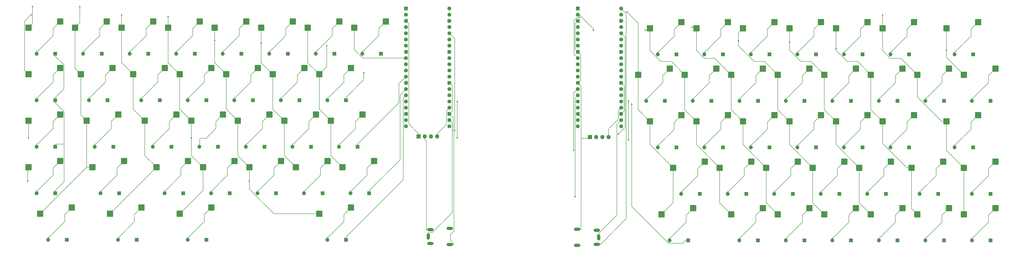
<source format=gbr>
%TF.GenerationSoftware,KiCad,Pcbnew,8.0.8*%
%TF.CreationDate,2025-03-06T07:07:31-06:00*%
%TF.ProjectId,keyboardv2,6b657962-6f61-4726-9476-322e6b696361,rev?*%
%TF.SameCoordinates,Original*%
%TF.FileFunction,Copper,L2,Bot*%
%TF.FilePolarity,Positive*%
%FSLAX46Y46*%
G04 Gerber Fmt 4.6, Leading zero omitted, Abs format (unit mm)*
G04 Created by KiCad (PCBNEW 8.0.8) date 2025-03-06 07:07:31*
%MOMM*%
%LPD*%
G01*
G04 APERTURE LIST*
G04 Aperture macros list*
%AMRoundRect*
0 Rectangle with rounded corners*
0 $1 Rounding radius*
0 $2 $3 $4 $5 $6 $7 $8 $9 X,Y pos of 4 corners*
0 Add a 4 corners polygon primitive as box body*
4,1,4,$2,$3,$4,$5,$6,$7,$8,$9,$2,$3,0*
0 Add four circle primitives for the rounded corners*
1,1,$1+$1,$2,$3*
1,1,$1+$1,$4,$5*
1,1,$1+$1,$6,$7*
1,1,$1+$1,$8,$9*
0 Add four rect primitives between the rounded corners*
20,1,$1+$1,$2,$3,$4,$5,0*
20,1,$1+$1,$4,$5,$6,$7,0*
20,1,$1+$1,$6,$7,$8,$9,0*
20,1,$1+$1,$8,$9,$2,$3,0*%
%AMFreePoly0*
4,1,28,0.605014,0.794986,0.644504,0.794986,0.724698,0.756366,0.780194,0.686777,0.800000,0.600000,0.800000,-0.600000,0.780194,-0.686777,0.724698,-0.756366,0.644504,-0.794986,0.605014,-0.794986,0.600000,-0.800000,0.000000,-0.800000,-0.178017,-0.779942,-0.347107,-0.720775,-0.498792,-0.625465,-0.625465,-0.498792,-0.720775,-0.347107,-0.779942,-0.178017,-0.800000,0.000000,-0.779942,0.178017,
-0.720775,0.347107,-0.625465,0.498792,-0.498792,0.625465,-0.347107,0.720775,-0.178017,0.779942,0.000000,0.800000,0.600000,0.800000,0.605014,0.794986,0.605014,0.794986,$1*%
%AMFreePoly1*
4,1,28,0.178017,0.779942,0.347107,0.720775,0.498792,0.625465,0.625465,0.498792,0.720775,0.347107,0.779942,0.178017,0.800000,0.000000,0.779942,-0.178017,0.720775,-0.347107,0.625465,-0.498792,0.498792,-0.625465,0.347107,-0.720775,0.178017,-0.779942,0.000000,-0.800000,-0.600000,-0.800000,-0.605014,-0.794986,-0.644504,-0.794986,-0.724698,-0.756366,-0.780194,-0.686777,-0.800000,-0.600000,
-0.800000,0.600000,-0.780194,0.686777,-0.724698,0.756366,-0.644504,0.794986,-0.605014,0.794986,-0.600000,0.800000,0.000000,0.800000,0.178017,0.779942,0.178017,0.779942,$1*%
G04 Aperture macros list end*
%TA.AperFunction,SMDPad,CuDef*%
%ADD10RoundRect,0.200000X-1.075000X-1.050000X1.075000X-1.050000X1.075000X1.050000X-1.075000X1.050000X0*%
%TD*%
%TA.AperFunction,ComponentPad*%
%ADD11RoundRect,0.200000X-0.600000X-0.600000X0.600000X-0.600000X0.600000X0.600000X-0.600000X0.600000X0*%
%TD*%
%TA.AperFunction,ComponentPad*%
%ADD12C,1.600000*%
%TD*%
%TA.AperFunction,ComponentPad*%
%ADD13FreePoly0,0.000000*%
%TD*%
%TA.AperFunction,ComponentPad*%
%ADD14FreePoly1,0.000000*%
%TD*%
%TA.AperFunction,ComponentPad*%
%ADD15R,1.700000X1.700000*%
%TD*%
%TA.AperFunction,ComponentPad*%
%ADD16O,1.700000X1.700000*%
%TD*%
%TA.AperFunction,ComponentPad*%
%ADD17O,1.308000X2.616000*%
%TD*%
%TA.AperFunction,ComponentPad*%
%ADD18O,2.616000X1.308000*%
%TD*%
%TA.AperFunction,ComponentPad*%
%ADD19R,1.600000X1.600000*%
%TD*%
%TA.AperFunction,ComponentPad*%
%ADD20O,1.600000X1.600000*%
%TD*%
%TA.AperFunction,ViaPad*%
%ADD21C,0.600000*%
%TD*%
%TA.AperFunction,Conductor*%
%ADD22C,0.200000*%
%TD*%
G04 APERTURE END LIST*
D10*
%TO.P,SW69,1,1*%
%TO.N,Net-(A1-GPIO3)*%
X50515000Y-135010000D03*
%TO.P,SW69,2,2*%
%TO.N,Net-(D69-A)*%
X63442000Y-132470000D03*
%TD*%
%TO.P,SW68,1,1*%
%TO.N,Net-(A1-GPIO2)*%
X50515000Y-115960000D03*
%TO.P,SW68,2,2*%
%TO.N,Net-(D68-A)*%
X63442000Y-113420000D03*
%TD*%
%TO.P,SW67,1,1*%
%TO.N,Net-(A1-GPIO1)*%
X50515000Y-96910000D03*
%TO.P,SW67,2,2*%
%TO.N,Net-(D67-A)*%
X63442000Y-94370000D03*
%TD*%
%TO.P,SW66,1,1*%
%TO.N,Net-(A1-GPIO0)*%
X50515000Y-77860000D03*
%TO.P,SW66,2,2*%
%TO.N,Net-(D66-A)*%
X63442000Y-75320000D03*
%TD*%
%TO.P,SW65,1,1*%
%TO.N,Net-(A3-GPIO6)*%
X433515000Y-154310000D03*
%TO.P,SW65,2,2*%
%TO.N,Net-(D65-A)*%
X446442000Y-151770000D03*
%TD*%
%TO.P,SW64,1,1*%
%TO.N,Net-(A3-GPIO5)*%
X414465000Y-154310000D03*
%TO.P,SW64,2,2*%
%TO.N,Net-(D64-A)*%
X427392000Y-151770000D03*
%TD*%
%TO.P,SW63,1,1*%
%TO.N,Net-(A3-GPIO4)*%
X395415000Y-154310000D03*
%TO.P,SW63,2,2*%
%TO.N,Net-(D63-A)*%
X408342000Y-151770000D03*
%TD*%
%TO.P,SW62,1,1*%
%TO.N,Net-(A3-GPIO3)*%
X376365000Y-154310000D03*
%TO.P,SW62,2,2*%
%TO.N,Net-(D62-A)*%
X389292000Y-151770000D03*
%TD*%
%TO.P,SW61,1,1*%
%TO.N,Net-(A3-GPIO2)*%
X357315000Y-154310000D03*
%TO.P,SW61,2,2*%
%TO.N,Net-(D61-A)*%
X370242000Y-151770000D03*
%TD*%
%TO.P,SW60,1,1*%
%TO.N,Net-(A3-GPIO1)*%
X338265000Y-154310000D03*
%TO.P,SW60,2,2*%
%TO.N,Net-(D60-A)*%
X351192000Y-151770000D03*
%TD*%
%TO.P,SW59,1,1*%
%TO.N,Net-(A3-GPIO0)*%
X309715000Y-154310000D03*
%TO.P,SW59,2,2*%
%TO.N,Net-(D59-A)*%
X322642000Y-151770000D03*
%TD*%
%TO.P,SW58,1,1*%
%TO.N,Net-(A1-GPIO3)*%
X169565000Y-154060000D03*
%TO.P,SW58,2,2*%
%TO.N,Net-(D58-A)*%
X182492000Y-151520000D03*
%TD*%
%TO.P,SW57,1,1*%
%TO.N,Net-(A1-GPIO2)*%
X112415000Y-154060000D03*
%TO.P,SW57,2,2*%
%TO.N,Net-(D57-A)*%
X125342000Y-151520000D03*
%TD*%
%TO.P,SW56,1,1*%
%TO.N,Net-(A1-GPIO1)*%
X83865000Y-154060000D03*
%TO.P,SW56,2,2*%
%TO.N,Net-(D56-A)*%
X96792000Y-151520000D03*
%TD*%
%TO.P,SW55,1,1*%
%TO.N,Net-(A1-GPIO0)*%
X55265000Y-154060000D03*
%TO.P,SW55,2,2*%
%TO.N,Net-(D55-A)*%
X68192000Y-151520000D03*
%TD*%
%TO.P,SW54,1,1*%
%TO.N,Net-(A3-GPIO6)*%
X433515000Y-135260000D03*
%TO.P,SW54,2,2*%
%TO.N,Net-(D54-A)*%
X446442000Y-132720000D03*
%TD*%
%TO.P,SW53,1,1*%
%TO.N,Net-(A3-GPIO5)*%
X412065000Y-135260000D03*
%TO.P,SW53,2,2*%
%TO.N,Net-(D53-A)*%
X424992000Y-132720000D03*
%TD*%
%TO.P,SW52,1,1*%
%TO.N,Net-(A3-GPIO4)*%
X390665000Y-135260000D03*
%TO.P,SW52,2,2*%
%TO.N,Net-(D52-A)*%
X403592000Y-132720000D03*
%TD*%
%TO.P,SW51,1,1*%
%TO.N,Net-(A3-GPIO3)*%
X371615000Y-135260000D03*
%TO.P,SW51,2,2*%
%TO.N,Net-(D51-A)*%
X384542000Y-132720000D03*
%TD*%
%TO.P,SW50,1,1*%
%TO.N,Net-(A3-GPIO2)*%
X352565000Y-135260000D03*
%TO.P,SW50,2,2*%
%TO.N,Net-(D50-A)*%
X365492000Y-132720000D03*
%TD*%
%TO.P,SW49,1,1*%
%TO.N,Net-(A3-GPIO1)*%
X333515000Y-135260000D03*
%TO.P,SW49,2,2*%
%TO.N,Net-(D49-A)*%
X346442000Y-132720000D03*
%TD*%
%TO.P,SW48,1,1*%
%TO.N,Net-(A3-GPIO0)*%
X314465000Y-135260000D03*
%TO.P,SW48,2,2*%
%TO.N,Net-(D48-A)*%
X327392000Y-132720000D03*
%TD*%
%TO.P,SW47,1,1*%
%TO.N,Net-(A1-GPIO5)*%
X179065000Y-135010000D03*
%TO.P,SW47,2,2*%
%TO.N,Net-(D47-A)*%
X191992000Y-132470000D03*
%TD*%
%TO.P,SW46,1,1*%
%TO.N,Net-(A1-GPIO4)*%
X160015000Y-135010000D03*
%TO.P,SW46,2,2*%
%TO.N,Net-(D46-A)*%
X172942000Y-132470000D03*
%TD*%
%TO.P,SW45,1,1*%
%TO.N,Net-(A1-GPIO3)*%
X140985000Y-135010000D03*
%TO.P,SW45,2,2*%
%TO.N,Net-(D45-A)*%
X153912000Y-132470000D03*
%TD*%
%TO.P,SW44,1,1*%
%TO.N,Net-(A1-GPIO2)*%
X121965000Y-135010000D03*
%TO.P,SW44,2,2*%
%TO.N,Net-(D44-A)*%
X134892000Y-132470000D03*
%TD*%
%TO.P,SW43,1,1*%
%TO.N,Net-(A1-GPIO1)*%
X102915000Y-135010000D03*
%TO.P,SW43,2,2*%
%TO.N,Net-(D43-A)*%
X115842000Y-132470000D03*
%TD*%
%TO.P,SW42,1,1*%
%TO.N,Net-(A1-GPIO0)*%
X76715000Y-135010000D03*
%TO.P,SW42,2,2*%
%TO.N,Net-(D42-A)*%
X89642000Y-132470000D03*
%TD*%
%TO.P,SW41,1,1*%
%TO.N,Net-(A3-GPIO6)*%
X426365000Y-116210000D03*
%TO.P,SW41,2,2*%
%TO.N,Net-(D41-A)*%
X439292000Y-113670000D03*
%TD*%
%TO.P,SW40,1,1*%
%TO.N,Net-(A3-GPIO5)*%
X400165000Y-116210000D03*
%TO.P,SW40,2,2*%
%TO.N,Net-(D40-A)*%
X413092000Y-113670000D03*
%TD*%
%TO.P,SW39,1,1*%
%TO.N,Net-(A3-GPIO4)*%
X381115000Y-116210000D03*
%TO.P,SW39,2,2*%
%TO.N,Net-(D39-A)*%
X394042000Y-113670000D03*
%TD*%
%TO.P,SW38,1,1*%
%TO.N,Net-(A3-GPIO3)*%
X362065000Y-116210000D03*
%TO.P,SW38,2,2*%
%TO.N,Net-(D38-A)*%
X374992000Y-113670000D03*
%TD*%
%TO.P,SW37,1,1*%
%TO.N,Net-(A3-GPIO2)*%
X343015000Y-116210000D03*
%TO.P,SW37,2,2*%
%TO.N,Net-(D37-A)*%
X355942000Y-113670000D03*
%TD*%
%TO.P,SW36,1,1*%
%TO.N,Net-(A3-GPIO1)*%
X323965000Y-116210000D03*
%TO.P,SW36,2,2*%
%TO.N,Net-(D36-A)*%
X336892000Y-113670000D03*
%TD*%
%TO.P,SW35,1,1*%
%TO.N,Net-(A3-GPIO0)*%
X304915000Y-116210000D03*
%TO.P,SW35,2,2*%
%TO.N,Net-(D35-A)*%
X317842000Y-113670000D03*
%TD*%
%TO.P,SW34,1,1*%
%TO.N,Net-(A1-GPIO5)*%
X174315000Y-115960000D03*
%TO.P,SW34,2,2*%
%TO.N,Net-(D34-A)*%
X187242000Y-113420000D03*
%TD*%
%TO.P,SW33,1,1*%
%TO.N,Net-(A1-GPIO4)*%
X155265000Y-115960000D03*
%TO.P,SW33,2,2*%
%TO.N,Net-(D33-A)*%
X168192000Y-113420000D03*
%TD*%
%TO.P,SW32,1,1*%
%TO.N,Net-(A1-GPIO3)*%
X136215000Y-115960000D03*
%TO.P,SW32,2,2*%
%TO.N,Net-(D32-A)*%
X149142000Y-113420000D03*
%TD*%
%TO.P,SW31,1,1*%
%TO.N,Net-(A1-GPIO2)*%
X117165000Y-115960000D03*
%TO.P,SW31,2,2*%
%TO.N,Net-(D31-A)*%
X130092000Y-113420000D03*
%TD*%
%TO.P,SW30,1,1*%
%TO.N,Net-(A1-GPIO1)*%
X98115000Y-115960000D03*
%TO.P,SW30,2,2*%
%TO.N,Net-(D30-A)*%
X111042000Y-113420000D03*
%TD*%
%TO.P,SW29,1,1*%
%TO.N,Net-(A1-GPIO0)*%
X74315000Y-115960000D03*
%TO.P,SW29,2,2*%
%TO.N,Net-(D29-A)*%
X87242000Y-113420000D03*
%TD*%
%TO.P,SW28,1,1*%
%TO.N,Net-(A3-GPIO7)*%
X433515000Y-97160000D03*
%TO.P,SW28,2,2*%
%TO.N,Net-(D28-A)*%
X446442000Y-94620000D03*
%TD*%
%TO.P,SW27,1,1*%
%TO.N,Net-(A3-GPIO6)*%
X414465000Y-97160000D03*
%TO.P,SW27,2,2*%
%TO.N,Net-(D27-A)*%
X427392000Y-94620000D03*
%TD*%
%TO.P,SW26,1,1*%
%TO.N,Net-(A3-GPIO5)*%
X395415000Y-97160000D03*
%TO.P,SW26,2,2*%
%TO.N,Net-(D26-A)*%
X408342000Y-94620000D03*
%TD*%
%TO.P,SW25,1,1*%
%TO.N,Net-(A3-GPIO4)*%
X376365000Y-97160000D03*
%TO.P,SW25,2,2*%
%TO.N,Net-(D25-A)*%
X389292000Y-94620000D03*
%TD*%
%TO.P,SW24,1,1*%
%TO.N,Net-(A3-GPIO3)*%
X357315000Y-97160000D03*
%TO.P,SW24,2,2*%
%TO.N,Net-(D24-A)*%
X370242000Y-94620000D03*
%TD*%
%TO.P,SW23,1,1*%
%TO.N,Net-(A3-GPIO2)*%
X338265000Y-97160000D03*
%TO.P,SW23,2,2*%
%TO.N,Net-(D23-A)*%
X351192000Y-94620000D03*
%TD*%
%TO.P,SW22,1,1*%
%TO.N,Net-(A3-GPIO1)*%
X319215000Y-97160000D03*
%TO.P,SW22,2,2*%
%TO.N,Net-(D22-A)*%
X332142000Y-94620000D03*
%TD*%
%TO.P,SW21,1,1*%
%TO.N,Net-(A3-GPIO0)*%
X300165000Y-97160000D03*
%TO.P,SW21,2,2*%
%TO.N,Net-(D21-A)*%
X313092000Y-94620000D03*
%TD*%
%TO.P,SW20,1,1*%
%TO.N,Net-(A1-GPIO5)*%
X169565000Y-96910000D03*
%TO.P,SW20,2,2*%
%TO.N,Net-(D20-A)*%
X182492000Y-94370000D03*
%TD*%
%TO.P,SW19,1,1*%
%TO.N,Net-(A1-GPIO4)*%
X150515000Y-96910000D03*
%TO.P,SW19,2,2*%
%TO.N,Net-(D19-A)*%
X163442000Y-94370000D03*
%TD*%
%TO.P,SW18,1,1*%
%TO.N,Net-(A1-GPIO3)*%
X131465000Y-96910000D03*
%TO.P,SW18,2,2*%
%TO.N,Net-(D18-A)*%
X144392000Y-94370000D03*
%TD*%
%TO.P,SW17,1,1*%
%TO.N,Net-(A1-GPIO2)*%
X112415000Y-96910000D03*
%TO.P,SW17,2,2*%
%TO.N,Net-(D17-A)*%
X125342000Y-94370000D03*
%TD*%
%TO.P,SW16,1,1*%
%TO.N,Net-(A1-GPIO1)*%
X93365000Y-96910000D03*
%TO.P,SW16,2,2*%
%TO.N,Net-(D16-A)*%
X106292000Y-94370000D03*
%TD*%
%TO.P,SW15,1,1*%
%TO.N,Net-(A1-GPIO0)*%
X71965000Y-96910000D03*
%TO.P,SW15,2,2*%
%TO.N,Net-(D15-A)*%
X84892000Y-94370000D03*
%TD*%
%TO.P,SW14,1,1*%
%TO.N,Net-(A3-GPIO7)*%
X426365000Y-78110000D03*
%TO.P,SW14,2,2*%
%TO.N,Net-(D14-A)*%
X439292000Y-75570000D03*
%TD*%
%TO.P,SW13,1,1*%
%TO.N,Net-(A3-GPIO6)*%
X400165000Y-78110000D03*
%TO.P,SW13,2,2*%
%TO.N,Net-(D13-A)*%
X413092000Y-75570000D03*
%TD*%
%TO.P,SW12,1,1*%
%TO.N,Net-(A3-GPIO5)*%
X381115000Y-78110000D03*
%TO.P,SW12,2,2*%
%TO.N,Net-(D12-A)*%
X394042000Y-75570000D03*
%TD*%
%TO.P,SW11,1,1*%
%TO.N,Net-(A3-GPIO4)*%
X362065000Y-78110000D03*
%TO.P,SW11,2,2*%
%TO.N,Net-(D11-A)*%
X374992000Y-75570000D03*
%TD*%
%TO.P,SW10,1,1*%
%TO.N,Net-(A3-GPIO3)*%
X343015000Y-78110000D03*
%TO.P,SW10,2,2*%
%TO.N,Net-(D10-A)*%
X355942000Y-75570000D03*
%TD*%
%TO.P,SW9,1,1*%
%TO.N,Net-(A3-GPIO2)*%
X323965000Y-78110000D03*
%TO.P,SW9,2,2*%
%TO.N,Net-(D9-A)*%
X336892000Y-75570000D03*
%TD*%
%TO.P,SW8,1,1*%
%TO.N,Net-(A3-GPIO1)*%
X304915000Y-78110000D03*
%TO.P,SW8,2,2*%
%TO.N,Net-(D8-A)*%
X317842000Y-75570000D03*
%TD*%
%TO.P,SW7,1,1*%
%TO.N,Net-(A1-GPIO6)*%
X183915000Y-77860000D03*
%TO.P,SW7,2,2*%
%TO.N,Net-(D7-A)*%
X196842000Y-75320000D03*
%TD*%
%TO.P,SW6,1,1*%
%TO.N,Net-(A1-GPIO5)*%
X164865000Y-77860000D03*
%TO.P,SW6,2,2*%
%TO.N,Net-(D6-A)*%
X177792000Y-75320000D03*
%TD*%
%TO.P,SW5,1,1*%
%TO.N,Net-(A1-GPIO4)*%
X145815000Y-77860000D03*
%TO.P,SW5,2,2*%
%TO.N,Net-(D5-A)*%
X158742000Y-75320000D03*
%TD*%
%TO.P,SW4,1,1*%
%TO.N,Net-(A1-GPIO3)*%
X126765000Y-77860000D03*
%TO.P,SW4,2,2*%
%TO.N,Net-(D4-A)*%
X139692000Y-75320000D03*
%TD*%
%TO.P,SW3,1,1*%
%TO.N,Net-(A1-GPIO2)*%
X107715000Y-77860000D03*
%TO.P,SW3,2,2*%
%TO.N,Net-(D3-A)*%
X120642000Y-75320000D03*
%TD*%
%TO.P,SW2,1,1*%
%TO.N,Net-(A1-GPIO1)*%
X88615000Y-77860000D03*
%TO.P,SW2,2,2*%
%TO.N,Net-(D2-A)*%
X101542000Y-75320000D03*
%TD*%
%TO.P,SW1,1,1*%
%TO.N,Net-(A1-GPIO0)*%
X69565000Y-77860000D03*
%TO.P,SW1,2,2*%
%TO.N,Net-(D1-A)*%
X82492000Y-75320000D03*
%TD*%
D11*
%TO.P,A1,1,GPIO0*%
%TO.N,Net-(A1-GPIO0)*%
X205070000Y-69980000D03*
D12*
%TO.P,A1,2,GPIO1*%
%TO.N,Net-(A1-GPIO1)*%
X205070000Y-72520000D03*
D13*
%TO.P,A1,3,GND*%
%TO.N,Net-(J1-T)*%
X205070000Y-75060000D03*
D12*
%TO.P,A1,4,GPIO2*%
%TO.N,Net-(A1-GPIO2)*%
X205070000Y-77600000D03*
%TO.P,A1,5,GPIO3*%
%TO.N,Net-(A1-GPIO3)*%
X205070000Y-80140000D03*
%TO.P,A1,6,GPIO4*%
%TO.N,Net-(A1-GPIO4)*%
X205070000Y-82680000D03*
%TO.P,A1,7,GPIO5*%
%TO.N,Net-(A1-GPIO5)*%
X205070000Y-85220000D03*
D13*
%TO.P,A1,8,GND*%
%TO.N,Net-(J1-T)*%
X205070000Y-87760000D03*
D12*
%TO.P,A1,9,GPIO6*%
%TO.N,Net-(A1-GPIO6)*%
X205070000Y-90300000D03*
%TO.P,A1,10,GPIO7*%
%TO.N,Net-(A1-GPIO7)*%
X205070000Y-92840000D03*
%TO.P,A1,11,GPIO8*%
%TO.N,Net-(A1-GPIO8)*%
X205070000Y-95380000D03*
%TO.P,A1,12,GPIO9*%
%TO.N,Net-(A1-GPIO9)*%
X205070000Y-97920000D03*
D13*
%TO.P,A1,13,GND*%
%TO.N,Net-(J1-T)*%
X205070000Y-100460000D03*
D12*
%TO.P,A1,14,GPIO10*%
%TO.N,Net-(A1-GPIO10)*%
X205070000Y-103000000D03*
%TO.P,A1,15,GPIO11*%
%TO.N,Net-(A1-GPIO11)*%
X205070000Y-105540000D03*
%TO.P,A1,16,GPIO12*%
%TO.N,Net-(A1-GPIO12)*%
X205070000Y-108080000D03*
%TO.P,A1,17,GPIO13*%
%TO.N,unconnected-(A1-GPIO13-Pad17)*%
X205070000Y-110620000D03*
D13*
%TO.P,A1,18,GND*%
%TO.N,Net-(J1-T)*%
X205070000Y-113160000D03*
D12*
%TO.P,A1,19,GPIO14*%
%TO.N,unconnected-(A1-GPIO14-Pad19)*%
X205070000Y-115700000D03*
%TO.P,A1,20,GPIO15*%
%TO.N,unconnected-(A1-GPIO15-Pad20)*%
X205070000Y-118240000D03*
%TO.P,A1,21,GPIO16*%
%TO.N,unconnected-(A1-GPIO16-Pad21)*%
X222850000Y-118240000D03*
%TO.P,A1,22,GPIO17*%
%TO.N,Net-(A1-GPIO17)*%
X222850000Y-115700000D03*
D14*
%TO.P,A1,23,GND*%
%TO.N,Net-(J1-T)*%
X222850000Y-113160000D03*
D12*
%TO.P,A1,24,GPIO18*%
%TO.N,Net-(A1-GPIO18)*%
X222850000Y-110620000D03*
%TO.P,A1,25,GPIO19*%
%TO.N,Net-(A1-GPIO19)*%
X222850000Y-108080000D03*
%TO.P,A1,26,GPIO20*%
%TO.N,unconnected-(A1-GPIO20-Pad26)*%
X222850000Y-105540000D03*
%TO.P,A1,27,GPIO21*%
%TO.N,unconnected-(A1-GPIO21-Pad27)*%
X222850000Y-103000000D03*
D14*
%TO.P,A1,28,GND*%
%TO.N,Net-(J1-T)*%
X222850000Y-100460000D03*
D12*
%TO.P,A1,29,GPIO22*%
%TO.N,unconnected-(A1-GPIO22-Pad29)*%
X222850000Y-97920000D03*
%TO.P,A1,30,RUN*%
%TO.N,unconnected-(A1-RUN-Pad30)*%
X222850000Y-95380000D03*
%TO.P,A1,31,GPIO26_ADC0*%
%TO.N,unconnected-(A1-GPIO26_ADC0-Pad31)*%
X222850000Y-92840000D03*
%TO.P,A1,32,GPIO27_ADC1*%
%TO.N,unconnected-(A1-GPIO27_ADC1-Pad32)*%
X222850000Y-90300000D03*
D14*
%TO.P,A1,33,AGND*%
%TO.N,unconnected-(A1-AGND-Pad33)*%
X222850000Y-87760000D03*
D12*
%TO.P,A1,34,GPIO28_ADC2*%
%TO.N,unconnected-(A1-GPIO28_ADC2-Pad34)*%
X222850000Y-85220000D03*
%TO.P,A1,35,ADC_VREF*%
%TO.N,unconnected-(A1-ADC_VREF-Pad35)*%
X222850000Y-82680000D03*
%TO.P,A1,36,3V3*%
%TO.N,+3.3V*%
X222850000Y-80140000D03*
%TO.P,A1,37,3V3_EN*%
%TO.N,unconnected-(A1-3V3_EN-Pad37)*%
X222850000Y-77600000D03*
D14*
%TO.P,A1,38,GND*%
%TO.N,Net-(J1-T)*%
X222850000Y-75060000D03*
D12*
%TO.P,A1,39,VSYS*%
%TO.N,unconnected-(A1-VSYS-Pad39)*%
X222850000Y-72520000D03*
%TO.P,A1,40,VBUS*%
%TO.N,unconnected-(A1-VBUS-Pad40)*%
X222850000Y-69980000D03*
%TD*%
D11*
%TO.P,A3,1,GPIO0*%
%TO.N,Net-(A3-GPIO0)*%
X275445000Y-69937500D03*
D12*
%TO.P,A3,2,GPIO1*%
%TO.N,Net-(A3-GPIO1)*%
X275445000Y-72477500D03*
D13*
%TO.P,A3,3,GND*%
%TO.N,GND*%
X275445000Y-75017500D03*
D12*
%TO.P,A3,4,GPIO2*%
%TO.N,Net-(A3-GPIO2)*%
X275445000Y-77557500D03*
%TO.P,A3,5,GPIO3*%
%TO.N,Net-(A3-GPIO3)*%
X275445000Y-80097500D03*
%TO.P,A3,6,GPIO4*%
%TO.N,Net-(A3-GPIO4)*%
X275445000Y-82637500D03*
%TO.P,A3,7,GPIO5*%
%TO.N,Net-(A3-GPIO5)*%
X275445000Y-85177500D03*
D13*
%TO.P,A3,8,GND*%
%TO.N,GND*%
X275445000Y-87717500D03*
D12*
%TO.P,A3,9,GPIO6*%
%TO.N,Net-(A3-GPIO6)*%
X275445000Y-90257500D03*
%TO.P,A3,10,GPIO7*%
%TO.N,Net-(A3-GPIO7)*%
X275445000Y-92797500D03*
%TO.P,A3,11,GPIO8*%
%TO.N,Net-(A3-GPIO8)*%
X275445000Y-95337500D03*
%TO.P,A3,12,GPIO9*%
%TO.N,Net-(A3-GPIO9)*%
X275445000Y-97877500D03*
D13*
%TO.P,A3,13,GND*%
%TO.N,GND*%
X275445000Y-100417500D03*
D12*
%TO.P,A3,14,GPIO10*%
%TO.N,Net-(A3-GPIO10)*%
X275445000Y-102957500D03*
%TO.P,A3,15,GPIO11*%
%TO.N,Net-(A3-GPIO11)*%
X275445000Y-105497500D03*
%TO.P,A3,16,GPIO12*%
%TO.N,Net-(A3-GPIO12)*%
X275445000Y-108037500D03*
%TO.P,A3,17,GPIO13*%
%TO.N,unconnected-(A3-GPIO13-Pad17)*%
X275445000Y-110577500D03*
D13*
%TO.P,A3,18,GND*%
%TO.N,GND*%
X275445000Y-113117500D03*
D12*
%TO.P,A3,19,GPIO14*%
%TO.N,unconnected-(A3-GPIO14-Pad19)*%
X275445000Y-115657500D03*
%TO.P,A3,20,GPIO15*%
%TO.N,unconnected-(A3-GPIO15-Pad20)*%
X275445000Y-118197500D03*
%TO.P,A3,21,GPIO16*%
%TO.N,unconnected-(A3-GPIO16-Pad21)*%
X293225000Y-118197500D03*
%TO.P,A3,22,GPIO17*%
%TO.N,Net-(A3-GPIO17)*%
X293225000Y-115657500D03*
D14*
%TO.P,A3,23,GND*%
%TO.N,GND*%
X293225000Y-113117500D03*
D12*
%TO.P,A3,24,GPIO18*%
%TO.N,Net-(A3-GPIO18)*%
X293225000Y-110577500D03*
%TO.P,A3,25,GPIO19*%
%TO.N,Net-(A3-GPIO19)*%
X293225000Y-108037500D03*
%TO.P,A3,26,GPIO20*%
%TO.N,unconnected-(A3-GPIO20-Pad26)*%
X293225000Y-105497500D03*
%TO.P,A3,27,GPIO21*%
%TO.N,unconnected-(A3-GPIO21-Pad27)*%
X293225000Y-102957500D03*
D14*
%TO.P,A3,28,GND*%
%TO.N,GND*%
X293225000Y-100417500D03*
D12*
%TO.P,A3,29,GPIO22*%
%TO.N,unconnected-(A3-GPIO22-Pad29)*%
X293225000Y-97877500D03*
%TO.P,A3,30,RUN*%
%TO.N,unconnected-(A3-RUN-Pad30)*%
X293225000Y-95337500D03*
%TO.P,A3,31,GPIO26_ADC0*%
%TO.N,unconnected-(A3-GPIO26_ADC0-Pad31)*%
X293225000Y-92797500D03*
%TO.P,A3,32,GPIO27_ADC1*%
%TO.N,unconnected-(A3-GPIO27_ADC1-Pad32)*%
X293225000Y-90257500D03*
D14*
%TO.P,A3,33,AGND*%
%TO.N,unconnected-(A3-AGND-Pad33)*%
X293225000Y-87717500D03*
D12*
%TO.P,A3,34,GPIO28_ADC2*%
%TO.N,unconnected-(A3-GPIO28_ADC2-Pad34)*%
X293225000Y-85177500D03*
%TO.P,A3,35,ADC_VREF*%
%TO.N,unconnected-(A3-ADC_VREF-Pad35)*%
X293225000Y-82637500D03*
%TO.P,A3,36,3V3*%
%TO.N,Net-(A3-3V3)*%
X293225000Y-80097500D03*
%TO.P,A3,37,3V3_EN*%
%TO.N,unconnected-(A3-3V3_EN-Pad37)*%
X293225000Y-77557500D03*
D14*
%TO.P,A3,38,GND*%
%TO.N,GND*%
X293225000Y-75017500D03*
D12*
%TO.P,A3,39,VSYS*%
%TO.N,unconnected-(A3-VSYS-Pad39)*%
X293225000Y-72477500D03*
%TO.P,A3,40,VBUS*%
%TO.N,Net-(A3-VBUS)*%
X293225000Y-69937500D03*
%TD*%
D15*
%TO.P,U2,1,GND*%
%TO.N,GND*%
X280440000Y-122590000D03*
D16*
%TO.P,U2,2,+5V*%
%TO.N,Net-(A3-3V3)*%
X282980000Y-122590000D03*
%TO.P,U2,3,SCL*%
%TO.N,Net-(A3-GPIO19)*%
X285520000Y-122590000D03*
%TO.P,U2,4,SDA*%
%TO.N,Net-(A3-GPIO18)*%
X288060000Y-122590000D03*
%TD*%
D15*
%TO.P,U1,1,GND*%
%TO.N,Net-(J1-T)*%
X210225000Y-122412500D03*
D16*
%TO.P,U1,2,+5V*%
%TO.N,+3.3V*%
X212765000Y-122412500D03*
%TO.P,U1,3,SCL*%
%TO.N,Net-(A1-GPIO19)*%
X215305000Y-122412500D03*
%TO.P,U1,4,SDA*%
%TO.N,Net-(A1-GPIO18)*%
X217845000Y-122412500D03*
%TD*%
D17*
%TO.P,J2,1,S*%
%TO.N,Net-(A3-GPIO17)*%
X283985000Y-163705000D03*
D18*
%TO.P,J2,2,R2*%
%TO.N,unconnected-(J2-R2-Pad2)*%
X283185000Y-160855000D03*
%TO.P,J2,3,R1*%
%TO.N,Net-(A3-VBUS)*%
X283185000Y-166555000D03*
%TO.P,J2,4_1,T*%
%TO.N,GND*%
X275185000Y-160405000D03*
%TO.P,J2,4_2,TN*%
%TO.N,unconnected-(J2-TN-Pad4_2)*%
X275185000Y-167005000D03*
%TD*%
D17*
%TO.P,J1,1,S*%
%TO.N,Net-(A1-GPIO17)*%
X214220000Y-163377500D03*
D18*
%TO.P,J1,2,R2*%
%TO.N,unconnected-(J1-R2-Pad2)*%
X215020000Y-166227500D03*
%TO.P,J1,3,R1*%
%TO.N,+3.3V*%
X215020000Y-160527500D03*
%TO.P,J1,4_1,T*%
%TO.N,Net-(J1-T)*%
X223020000Y-166677500D03*
%TO.P,J1,4_2,TN*%
%TO.N,unconnected-(J1-TN-Pad4_2)*%
X223020000Y-160077500D03*
%TD*%
D19*
%TO.P,D44,1,K*%
%TO.N,Net-(A1-GPIO10)*%
X132880000Y-145677500D03*
D20*
%TO.P,D44,2,A*%
%TO.N,Net-(D44-A)*%
X125260000Y-145677500D03*
%TD*%
D19*
%TO.P,D54,1,K*%
%TO.N,Net-(A3-GPIO11)*%
X444395000Y-145955000D03*
D20*
%TO.P,D54,2,A*%
%TO.N,Net-(D54-A)*%
X436775000Y-145955000D03*
%TD*%
D19*
%TO.P,D62,1,K*%
%TO.N,Net-(A3-GPIO12)*%
X387245000Y-165005000D03*
D20*
%TO.P,D62,2,A*%
%TO.N,Net-(D62-A)*%
X379625000Y-165005000D03*
%TD*%
D19*
%TO.P,D55,1,K*%
%TO.N,Net-(A1-GPIO11)*%
X66180000Y-164727500D03*
D20*
%TO.P,D55,2,A*%
%TO.N,Net-(D55-A)*%
X58560000Y-164727500D03*
%TD*%
D19*
%TO.P,D63,1,K*%
%TO.N,Net-(A3-GPIO12)*%
X406295000Y-165005000D03*
D20*
%TO.P,D63,2,A*%
%TO.N,Net-(D63-A)*%
X398675000Y-165005000D03*
%TD*%
D19*
%TO.P,D69,1,K*%
%TO.N,Net-(A1-GPIO12)*%
X61430000Y-145677500D03*
D20*
%TO.P,D69,2,A*%
%TO.N,Net-(D69-A)*%
X53810000Y-145677500D03*
%TD*%
D19*
%TO.P,D28,1,K*%
%TO.N,Net-(A3-GPIO9)*%
X444395000Y-107855000D03*
D20*
%TO.P,D28,2,A*%
%TO.N,Net-(D28-A)*%
X436775000Y-107855000D03*
%TD*%
D19*
%TO.P,D52,1,K*%
%TO.N,Net-(A3-GPIO11)*%
X401545000Y-145955000D03*
D20*
%TO.P,D52,2,A*%
%TO.N,Net-(D52-A)*%
X393925000Y-145955000D03*
%TD*%
D19*
%TO.P,D53,1,K*%
%TO.N,Net-(A3-GPIO11)*%
X422945000Y-145955000D03*
D20*
%TO.P,D53,2,A*%
%TO.N,Net-(D53-A)*%
X415325000Y-145955000D03*
%TD*%
D19*
%TO.P,D45,1,K*%
%TO.N,Net-(A1-GPIO10)*%
X151890000Y-145677500D03*
D20*
%TO.P,D45,2,A*%
%TO.N,Net-(D45-A)*%
X144270000Y-145677500D03*
%TD*%
D19*
%TO.P,D17,1,K*%
%TO.N,Net-(A1-GPIO8)*%
X123330000Y-107577500D03*
D20*
%TO.P,D17,2,A*%
%TO.N,Net-(D17-A)*%
X115710000Y-107577500D03*
%TD*%
D19*
%TO.P,D9,1,K*%
%TO.N,Net-(A3-GPIO8)*%
X334845000Y-88805000D03*
D20*
%TO.P,D9,2,A*%
%TO.N,Net-(D9-A)*%
X327225000Y-88805000D03*
%TD*%
D19*
%TO.P,D35,1,K*%
%TO.N,Net-(A3-GPIO10)*%
X315795000Y-126905000D03*
D20*
%TO.P,D35,2,A*%
%TO.N,Net-(D35-A)*%
X308175000Y-126905000D03*
%TD*%
D19*
%TO.P,D12,1,K*%
%TO.N,Net-(A3-GPIO8)*%
X391995000Y-88805000D03*
D20*
%TO.P,D12,2,A*%
%TO.N,Net-(D12-A)*%
X384375000Y-88805000D03*
%TD*%
D19*
%TO.P,D4,1,K*%
%TO.N,Net-(A1-GPIO7)*%
X137680000Y-88527500D03*
D20*
%TO.P,D4,2,A*%
%TO.N,Net-(D4-A)*%
X130060000Y-88527500D03*
%TD*%
D19*
%TO.P,D31,1,K*%
%TO.N,Net-(A1-GPIO9)*%
X128080000Y-126627500D03*
D20*
%TO.P,D31,2,A*%
%TO.N,Net-(D31-A)*%
X120460000Y-126627500D03*
%TD*%
D19*
%TO.P,D43,1,K*%
%TO.N,Net-(A1-GPIO10)*%
X113830000Y-145677500D03*
D20*
%TO.P,D43,2,A*%
%TO.N,Net-(D43-A)*%
X106210000Y-145677500D03*
%TD*%
D19*
%TO.P,D18,1,K*%
%TO.N,Net-(A1-GPIO8)*%
X142390000Y-107577500D03*
D20*
%TO.P,D18,2,A*%
%TO.N,Net-(D18-A)*%
X134770000Y-107577500D03*
%TD*%
D19*
%TO.P,D50,1,K*%
%TO.N,Net-(A3-GPIO11)*%
X363445000Y-145955000D03*
D20*
%TO.P,D50,2,A*%
%TO.N,Net-(D50-A)*%
X355825000Y-145955000D03*
%TD*%
D19*
%TO.P,D26,1,K*%
%TO.N,Net-(A3-GPIO9)*%
X406305000Y-107855000D03*
D20*
%TO.P,D26,2,A*%
%TO.N,Net-(D26-A)*%
X398685000Y-107855000D03*
%TD*%
D19*
%TO.P,D47,1,K*%
%TO.N,Net-(A1-GPIO10)*%
X189980000Y-145677500D03*
D20*
%TO.P,D47,2,A*%
%TO.N,Net-(D47-A)*%
X182360000Y-145677500D03*
%TD*%
D19*
%TO.P,D33,1,K*%
%TO.N,Net-(A1-GPIO9)*%
X166180000Y-126627500D03*
D20*
%TO.P,D33,2,A*%
%TO.N,Net-(D33-A)*%
X158560000Y-126627500D03*
%TD*%
D19*
%TO.P,D23,1,K*%
%TO.N,Net-(A3-GPIO9)*%
X349195000Y-107855000D03*
D20*
%TO.P,D23,2,A*%
%TO.N,Net-(D23-A)*%
X341575000Y-107855000D03*
%TD*%
D19*
%TO.P,D39,1,K*%
%TO.N,Net-(A3-GPIO10)*%
X391995000Y-126905000D03*
D20*
%TO.P,D39,2,A*%
%TO.N,Net-(D39-A)*%
X384375000Y-126905000D03*
%TD*%
D19*
%TO.P,D24,1,K*%
%TO.N,Net-(A3-GPIO9)*%
X368195000Y-107855000D03*
D20*
%TO.P,D24,2,A*%
%TO.N,Net-(D24-A)*%
X360575000Y-107855000D03*
%TD*%
D19*
%TO.P,D7,1,K*%
%TO.N,Net-(A1-GPIO7)*%
X194830000Y-88527500D03*
D20*
%TO.P,D7,2,A*%
%TO.N,Net-(D7-A)*%
X187210000Y-88527500D03*
%TD*%
D19*
%TO.P,D27,1,K*%
%TO.N,Net-(A3-GPIO9)*%
X425345000Y-107855000D03*
D20*
%TO.P,D27,2,A*%
%TO.N,Net-(D27-A)*%
X417725000Y-107855000D03*
%TD*%
D19*
%TO.P,D48,1,K*%
%TO.N,Net-(A3-GPIO11)*%
X325345000Y-145955000D03*
D20*
%TO.P,D48,2,A*%
%TO.N,Net-(D48-A)*%
X317725000Y-145955000D03*
%TD*%
D19*
%TO.P,D49,1,K*%
%TO.N,Net-(A3-GPIO11)*%
X344395000Y-145955000D03*
D20*
%TO.P,D49,2,A*%
%TO.N,Net-(D49-A)*%
X336775000Y-145955000D03*
%TD*%
D19*
%TO.P,D58,1,K*%
%TO.N,Net-(A1-GPIO11)*%
X180480000Y-164727500D03*
D20*
%TO.P,D58,2,A*%
%TO.N,Net-(D58-A)*%
X172860000Y-164727500D03*
%TD*%
D19*
%TO.P,D13,1,K*%
%TO.N,Net-(A3-GPIO8)*%
X411055000Y-88805000D03*
D20*
%TO.P,D13,2,A*%
%TO.N,Net-(D13-A)*%
X403435000Y-88805000D03*
%TD*%
D19*
%TO.P,D32,1,K*%
%TO.N,Net-(A1-GPIO9)*%
X147130000Y-126627500D03*
D20*
%TO.P,D32,2,A*%
%TO.N,Net-(D32-A)*%
X139510000Y-126627500D03*
%TD*%
D19*
%TO.P,D19,1,K*%
%TO.N,Net-(A1-GPIO8)*%
X161430000Y-107577500D03*
D20*
%TO.P,D19,2,A*%
%TO.N,Net-(D19-A)*%
X153810000Y-107577500D03*
%TD*%
D19*
%TO.P,D57,1,K*%
%TO.N,Net-(A1-GPIO11)*%
X123330000Y-164727500D03*
D20*
%TO.P,D57,2,A*%
%TO.N,Net-(D57-A)*%
X115710000Y-164727500D03*
%TD*%
D19*
%TO.P,D64,1,K*%
%TO.N,Net-(A3-GPIO12)*%
X425345000Y-165005000D03*
D20*
%TO.P,D64,2,A*%
%TO.N,Net-(D64-A)*%
X417725000Y-165005000D03*
%TD*%
D19*
%TO.P,D30,1,K*%
%TO.N,Net-(A1-GPIO9)*%
X109030000Y-126627500D03*
D20*
%TO.P,D30,2,A*%
%TO.N,Net-(D30-A)*%
X101410000Y-126627500D03*
%TD*%
D19*
%TO.P,D38,1,K*%
%TO.N,Net-(A3-GPIO10)*%
X372945000Y-126905000D03*
D20*
%TO.P,D38,2,A*%
%TO.N,Net-(D38-A)*%
X365325000Y-126905000D03*
%TD*%
D19*
%TO.P,D8,1,K*%
%TO.N,Net-(A3-GPIO8)*%
X315785000Y-88805000D03*
D20*
%TO.P,D8,2,A*%
%TO.N,Net-(D8-A)*%
X308165000Y-88805000D03*
%TD*%
D19*
%TO.P,D37,1,K*%
%TO.N,Net-(A3-GPIO10)*%
X353895000Y-126905000D03*
D20*
%TO.P,D37,2,A*%
%TO.N,Net-(D37-A)*%
X346275000Y-126905000D03*
%TD*%
D19*
%TO.P,D68,1,K*%
%TO.N,Net-(A1-GPIO12)*%
X61430000Y-126627500D03*
D20*
%TO.P,D68,2,A*%
%TO.N,Net-(D68-A)*%
X53810000Y-126627500D03*
%TD*%
D19*
%TO.P,D66,1,K*%
%TO.N,Net-(A1-GPIO12)*%
X61430000Y-88477500D03*
D20*
%TO.P,D66,2,A*%
%TO.N,Net-(D66-A)*%
X53810000Y-88477500D03*
%TD*%
D19*
%TO.P,D20,1,K*%
%TO.N,Net-(A1-GPIO8)*%
X180480000Y-107527500D03*
D20*
%TO.P,D20,2,A*%
%TO.N,Net-(D20-A)*%
X172860000Y-107527500D03*
%TD*%
D19*
%TO.P,D29,1,K*%
%TO.N,Net-(A1-GPIO9)*%
X85230000Y-126627500D03*
D20*
%TO.P,D29,2,A*%
%TO.N,Net-(D29-A)*%
X77610000Y-126627500D03*
%TD*%
D19*
%TO.P,D60,1,K*%
%TO.N,Net-(A3-GPIO12)*%
X349145000Y-165005000D03*
D20*
%TO.P,D60,2,A*%
%TO.N,Net-(D60-A)*%
X341525000Y-165005000D03*
%TD*%
D19*
%TO.P,D36,1,K*%
%TO.N,Net-(A3-GPIO10)*%
X334845000Y-126905000D03*
D20*
%TO.P,D36,2,A*%
%TO.N,Net-(D36-A)*%
X327225000Y-126905000D03*
%TD*%
D19*
%TO.P,D15,1,K*%
%TO.N,Net-(A1-GPIO8)*%
X82880000Y-107577500D03*
D20*
%TO.P,D15,2,A*%
%TO.N,Net-(D15-A)*%
X75260000Y-107577500D03*
%TD*%
D19*
%TO.P,D21,1,K*%
%TO.N,Net-(A3-GPIO9)*%
X311045000Y-107855000D03*
D20*
%TO.P,D21,2,A*%
%TO.N,Net-(D21-A)*%
X303425000Y-107855000D03*
%TD*%
D19*
%TO.P,D2,1,K*%
%TO.N,Net-(A1-GPIO7)*%
X99580000Y-88527500D03*
D20*
%TO.P,D2,2,A*%
%TO.N,Net-(D2-A)*%
X91960000Y-88527500D03*
%TD*%
D19*
%TO.P,D1,1,K*%
%TO.N,Net-(A1-GPIO7)*%
X80480000Y-88527500D03*
D20*
%TO.P,D1,2,A*%
%TO.N,Net-(D1-A)*%
X72860000Y-88527500D03*
%TD*%
D19*
%TO.P,D10,1,K*%
%TO.N,Net-(A3-GPIO8)*%
X353895000Y-88805000D03*
D20*
%TO.P,D10,2,A*%
%TO.N,Net-(D10-A)*%
X346275000Y-88805000D03*
%TD*%
D19*
%TO.P,D11,1,K*%
%TO.N,Net-(A3-GPIO8)*%
X372945000Y-88805000D03*
D20*
%TO.P,D11,2,A*%
%TO.N,Net-(D11-A)*%
X365325000Y-88805000D03*
%TD*%
D19*
%TO.P,D61,1,K*%
%TO.N,Net-(A3-GPIO12)*%
X368195000Y-165005000D03*
D20*
%TO.P,D61,2,A*%
%TO.N,Net-(D61-A)*%
X360575000Y-165005000D03*
%TD*%
D19*
%TO.P,D40,1,K*%
%TO.N,Net-(A3-GPIO10)*%
X411045000Y-126905000D03*
D20*
%TO.P,D40,2,A*%
%TO.N,Net-(D40-A)*%
X403425000Y-126905000D03*
%TD*%
D19*
%TO.P,D56,1,K*%
%TO.N,Net-(A1-GPIO11)*%
X94780000Y-164727500D03*
D20*
%TO.P,D56,2,A*%
%TO.N,Net-(D56-A)*%
X87160000Y-164727500D03*
%TD*%
D19*
%TO.P,D6,1,K*%
%TO.N,Net-(A1-GPIO7)*%
X175780000Y-88527500D03*
D20*
%TO.P,D6,2,A*%
%TO.N,Net-(D6-A)*%
X168160000Y-88527500D03*
%TD*%
D19*
%TO.P,D25,1,K*%
%TO.N,Net-(A3-GPIO9)*%
X387245000Y-107855000D03*
D20*
%TO.P,D25,2,A*%
%TO.N,Net-(D25-A)*%
X379625000Y-107855000D03*
%TD*%
D19*
%TO.P,D59,1,K*%
%TO.N,Net-(A3-GPIO12)*%
X320595000Y-165005000D03*
D20*
%TO.P,D59,2,A*%
%TO.N,Net-(D59-A)*%
X312975000Y-165005000D03*
%TD*%
D19*
%TO.P,D34,1,K*%
%TO.N,Net-(A1-GPIO9)*%
X185230000Y-126627500D03*
D20*
%TO.P,D34,2,A*%
%TO.N,Net-(D34-A)*%
X177610000Y-126627500D03*
%TD*%
D19*
%TO.P,D46,1,K*%
%TO.N,Net-(A1-GPIO10)*%
X170930000Y-145677500D03*
D20*
%TO.P,D46,2,A*%
%TO.N,Net-(D46-A)*%
X163310000Y-145677500D03*
%TD*%
D19*
%TO.P,D16,1,K*%
%TO.N,Net-(A1-GPIO8)*%
X104280000Y-107577500D03*
D20*
%TO.P,D16,2,A*%
%TO.N,Net-(D16-A)*%
X96660000Y-107577500D03*
%TD*%
D19*
%TO.P,D22,1,K*%
%TO.N,Net-(A3-GPIO9)*%
X330095000Y-107855000D03*
D20*
%TO.P,D22,2,A*%
%TO.N,Net-(D22-A)*%
X322475000Y-107855000D03*
%TD*%
D19*
%TO.P,D67,1,K*%
%TO.N,Net-(A1-GPIO12)*%
X61430000Y-107577500D03*
D20*
%TO.P,D67,2,A*%
%TO.N,Net-(D67-A)*%
X53810000Y-107577500D03*
%TD*%
D19*
%TO.P,D65,1,K*%
%TO.N,Net-(A3-GPIO12)*%
X444395000Y-165005000D03*
D20*
%TO.P,D65,2,A*%
%TO.N,Net-(D65-A)*%
X436775000Y-165005000D03*
%TD*%
D19*
%TO.P,D42,1,K*%
%TO.N,Net-(A1-GPIO10)*%
X87630000Y-145677500D03*
D20*
%TO.P,D42,2,A*%
%TO.N,Net-(D42-A)*%
X80010000Y-145677500D03*
%TD*%
D19*
%TO.P,D3,1,K*%
%TO.N,Net-(A1-GPIO7)*%
X118630000Y-88527500D03*
D20*
%TO.P,D3,2,A*%
%TO.N,Net-(D3-A)*%
X111010000Y-88527500D03*
%TD*%
D19*
%TO.P,D51,1,K*%
%TO.N,Net-(A3-GPIO11)*%
X382495000Y-145955000D03*
D20*
%TO.P,D51,2,A*%
%TO.N,Net-(D51-A)*%
X374875000Y-145955000D03*
%TD*%
D19*
%TO.P,D41,1,K*%
%TO.N,Net-(A3-GPIO10)*%
X437245000Y-126905000D03*
D20*
%TO.P,D41,2,A*%
%TO.N,Net-(D41-A)*%
X429625000Y-126905000D03*
%TD*%
D19*
%TO.P,D5,1,K*%
%TO.N,Net-(A1-GPIO7)*%
X156730000Y-88527500D03*
D20*
%TO.P,D5,2,A*%
%TO.N,Net-(D5-A)*%
X149110000Y-88527500D03*
%TD*%
D19*
%TO.P,D14,1,K*%
%TO.N,Net-(A3-GPIO8)*%
X437245000Y-88805000D03*
D20*
%TO.P,D14,2,A*%
%TO.N,Net-(D14-A)*%
X429625000Y-88805000D03*
%TD*%
D21*
%TO.N,Net-(A3-3V3)*%
X292027800Y-121432000D03*
%TO.N,Net-(A3-GPIO2)*%
X322182500Y-77674500D03*
%TO.N,Net-(A3-GPIO19)*%
X296176000Y-123755100D03*
X296176000Y-107863900D03*
%TO.N,Net-(A3-GPIO7)*%
X426365000Y-87101500D03*
%TO.N,Net-(A3-GPIO12)*%
X297486900Y-109162400D03*
%TO.N,Net-(A3-GPIO5)*%
X381115000Y-86379100D03*
%TO.N,Net-(A3-GPIO1)*%
X303107200Y-78827500D03*
X281880100Y-78827500D03*
%TO.N,Net-(A3-GPIO10)*%
X273708400Y-128054900D03*
%TO.N,Net-(A3-GPIO0)*%
X295497000Y-71349000D03*
%TO.N,Net-(A3-GPIO11)*%
X274317900Y-147056700D03*
%TO.N,Net-(A3-GPIO3)*%
X341151500Y-83236200D03*
%TO.N,Net-(A3-GPIO6)*%
X276202900Y-73595800D03*
X400165000Y-72596700D03*
%TO.N,Net-(A3-GPIO4)*%
X362065000Y-83848000D03*
%TO.N,Net-(A1-GPIO4)*%
X145815000Y-84193700D03*
%TO.N,Net-(A1-GPIO19)*%
X226053000Y-122959200D03*
X226053000Y-108146700D03*
%TO.N,Net-(A1-GPIO8)*%
X187794800Y-96296700D03*
%TO.N,Net-(A1-GPIO2)*%
X107715000Y-73268300D03*
X117165000Y-122959200D03*
X50515000Y-122959200D03*
%TO.N,+3.3V*%
X225067500Y-120038400D03*
%TO.N,Net-(A1-GPIO3)*%
X126765000Y-82985900D03*
X140985000Y-140734200D03*
X50158200Y-140734200D03*
%TO.N,Net-(A1-GPIO0)*%
X71557400Y-69247000D03*
X52164500Y-69247000D03*
%TO.N,Net-(A1-GPIO1)*%
X88615000Y-72596700D03*
X51545200Y-72596700D03*
%TO.N,Net-(A1-GPIO5)*%
X172651400Y-85220000D03*
%TD*%
D22*
%TO.N,Net-(A3-3V3)*%
X294819400Y-118640400D02*
X292027800Y-121432000D01*
X294819400Y-81691900D02*
X294819400Y-118640400D01*
X293225000Y-80097500D02*
X294819400Y-81691900D01*
%TO.N,Net-(J1-T)*%
X223020000Y-166677500D02*
X224629700Y-166677500D01*
X223969500Y-112040500D02*
X222850000Y-113160000D01*
X223969500Y-101579500D02*
X223969500Y-112040500D01*
X222850000Y-100460000D02*
X223969500Y-101579500D01*
X210225000Y-122412500D02*
X210225000Y-121260800D01*
X206204800Y-113160000D02*
X205070000Y-113160000D01*
X206204800Y-117240600D02*
X206204800Y-113160000D01*
X210225000Y-121260800D02*
X206204800Y-117240600D01*
X206204800Y-113160000D02*
X206204800Y-100460000D01*
X206204800Y-100460000D02*
X205070000Y-100460000D01*
X206204800Y-87760000D02*
X206204800Y-100460000D01*
X205070000Y-87760000D02*
X206204800Y-87760000D01*
X206204800Y-76194800D02*
X205070000Y-75060000D01*
X206204800Y-87760000D02*
X206204800Y-76194800D01*
X224629700Y-166281600D02*
X224629700Y-166677500D01*
X223321800Y-164973700D02*
X224629700Y-166281600D01*
X223321800Y-162528700D02*
X223321800Y-164973700D01*
X224655700Y-161194800D02*
X223321800Y-162528700D01*
X224655700Y-120527300D02*
X224655700Y-161194800D01*
X224444600Y-120316200D02*
X224655700Y-120527300D01*
X224444600Y-114754600D02*
X224444600Y-120316200D01*
X222850000Y-113160000D02*
X224444600Y-114754600D01*
%TO.N,Net-(A3-GPIO2)*%
X323529500Y-77674500D02*
X322182500Y-77674500D01*
X323965000Y-78110000D02*
X323529500Y-77674500D01*
X338265000Y-111460000D02*
X343015000Y-116210000D01*
X338265000Y-97160000D02*
X338265000Y-111460000D01*
X352565000Y-149560000D02*
X357315000Y-154310000D01*
X352565000Y-135260000D02*
X352565000Y-149560000D01*
X343015000Y-125710000D02*
X352565000Y-135260000D01*
X343015000Y-116210000D02*
X343015000Y-125710000D01*
X323965000Y-87177300D02*
X323965000Y-78110000D01*
X327159200Y-90371500D02*
X323965000Y-87177300D01*
X331476500Y-90371500D02*
X327159200Y-90371500D01*
X338265000Y-97160000D02*
X331476500Y-90371500D01*
%TO.N,Net-(A3-GPIO19)*%
X296176000Y-107863900D02*
X296176000Y-123755100D01*
%TO.N,Net-(A3-GPIO7)*%
X426365000Y-90010000D02*
X426365000Y-87101500D01*
X433515000Y-97160000D02*
X426365000Y-90010000D01*
X426365000Y-78110000D02*
X426365000Y-87101500D01*
%TO.N,Net-(A3-GPIO12)*%
X297486900Y-151103400D02*
X297486900Y-109162400D01*
X312539400Y-166155900D02*
X297486900Y-151103400D01*
X318342400Y-166155900D02*
X312539400Y-166155900D01*
X319493300Y-165005000D02*
X318342400Y-166155900D01*
X320595000Y-165005000D02*
X319493300Y-165005000D01*
%TO.N,Net-(A3-GPIO5)*%
X412065000Y-151910000D02*
X414465000Y-154310000D01*
X412065000Y-135260000D02*
X412065000Y-151910000D01*
X395415000Y-111460000D02*
X400165000Y-116210000D01*
X395415000Y-97160000D02*
X395415000Y-111460000D01*
X410189600Y-135260000D02*
X412065000Y-135260000D01*
X400165000Y-125235400D02*
X410189600Y-135260000D01*
X400165000Y-116210000D02*
X400165000Y-125235400D01*
X381115000Y-78110000D02*
X381115000Y-86379100D01*
X389938500Y-91683500D02*
X395415000Y-97160000D01*
X385681800Y-91683500D02*
X389938500Y-91683500D01*
X381115000Y-87116700D02*
X385681800Y-91683500D01*
X381115000Y-86379100D02*
X381115000Y-87116700D01*
%TO.N,Net-(A3-GPIO1)*%
X319215000Y-111460000D02*
X323965000Y-116210000D01*
X319215000Y-97160000D02*
X319215000Y-111460000D01*
X333515000Y-149560000D02*
X338265000Y-154310000D01*
X333515000Y-135260000D02*
X333515000Y-149560000D01*
X323965000Y-125710000D02*
X333515000Y-135260000D01*
X323965000Y-116210000D02*
X323965000Y-125710000D01*
X304915000Y-78110000D02*
X304915000Y-78827500D01*
X313737200Y-91682200D02*
X319215000Y-97160000D01*
X309477800Y-91682200D02*
X313737200Y-91682200D01*
X304915000Y-87119400D02*
X309477800Y-91682200D01*
X304915000Y-78827500D02*
X304915000Y-87119400D01*
X304915000Y-78827500D02*
X303107200Y-78827500D01*
X281880100Y-78331300D02*
X281880100Y-78827500D01*
X276026300Y-72477500D02*
X281880100Y-78331300D01*
X275445000Y-72477500D02*
X276026300Y-72477500D01*
%TO.N,Net-(A3-GPIO17)*%
X291424500Y-154655800D02*
X283985000Y-162095300D01*
X291424500Y-117458000D02*
X291424500Y-154655800D01*
X293225000Y-115657500D02*
X291424500Y-117458000D01*
X283985000Y-163705000D02*
X283985000Y-162095300D01*
%TO.N,Net-(A3-GPIO10)*%
X273708400Y-104694100D02*
X273708400Y-128054900D01*
X275445000Y-102957500D02*
X273708400Y-104694100D01*
%TO.N,Net-(A3-GPIO0)*%
X314465000Y-149560000D02*
X314465000Y-135260000D01*
X309715000Y-154310000D02*
X314465000Y-149560000D01*
X300165000Y-111460000D02*
X304915000Y-116210000D01*
X300165000Y-97160000D02*
X300165000Y-111460000D01*
X304915000Y-125710000D02*
X314465000Y-135260000D01*
X304915000Y-116210000D02*
X304915000Y-125710000D01*
X300165000Y-76017000D02*
X295497000Y-71349000D01*
X300165000Y-97160000D02*
X300165000Y-76017000D01*
%TO.N,Net-(A3-GPIO11)*%
X274317900Y-106624600D02*
X274317900Y-147056700D01*
X275445000Y-105497500D02*
X274317900Y-106624600D01*
%TO.N,Net-(A3-GPIO18)*%
X291985200Y-111817300D02*
X293225000Y-110577500D01*
X291985200Y-115333000D02*
X291985200Y-111817300D01*
X288060000Y-119258200D02*
X291985200Y-115333000D01*
X288060000Y-122590000D02*
X288060000Y-119258200D01*
%TO.N,Net-(A3-GPIO3)*%
X341151500Y-79973500D02*
X341151500Y-83236200D01*
X343015000Y-78110000D02*
X341151500Y-79973500D01*
X351838500Y-91683500D02*
X357315000Y-97160000D01*
X347581800Y-91683500D02*
X351838500Y-91683500D01*
X341151500Y-85253200D02*
X347581800Y-91683500D01*
X341151500Y-83236200D02*
X341151500Y-85253200D01*
X357315000Y-111460000D02*
X362065000Y-116210000D01*
X357315000Y-97160000D02*
X357315000Y-111460000D01*
X362065000Y-125710000D02*
X371615000Y-135260000D01*
X362065000Y-116210000D02*
X362065000Y-125710000D01*
X371615000Y-149560000D02*
X376365000Y-154310000D01*
X371615000Y-135260000D02*
X371615000Y-149560000D01*
%TO.N,Net-(A3-VBUS)*%
X283185000Y-166555000D02*
X284794700Y-166555000D01*
X295245500Y-71958000D02*
X293225000Y-69937500D01*
X295245500Y-156104200D02*
X295245500Y-71958000D01*
X284794700Y-166555000D02*
X295245500Y-156104200D01*
%TO.N,Net-(A3-GPIO6)*%
X426365000Y-128110000D02*
X433515000Y-135260000D01*
X426365000Y-116210000D02*
X426365000Y-128110000D01*
X433515000Y-135260000D02*
X433515000Y-154310000D01*
X414465000Y-106244900D02*
X414465000Y-97160000D01*
X424430100Y-116210000D02*
X414465000Y-106244900D01*
X426365000Y-116210000D02*
X424430100Y-116210000D01*
X400165000Y-87177300D02*
X400165000Y-78110000D01*
X403359200Y-90371500D02*
X400165000Y-87177300D01*
X407676500Y-90371500D02*
X403359200Y-90371500D01*
X414465000Y-97160000D02*
X407676500Y-90371500D01*
X400165000Y-78110000D02*
X400165000Y-72596700D01*
X275252500Y-73595800D02*
X276202900Y-73595800D01*
X273875000Y-74973300D02*
X275252500Y-73595800D01*
X273875000Y-88687500D02*
X273875000Y-74973300D01*
X275445000Y-90257500D02*
X273875000Y-88687500D01*
%TO.N,Net-(A3-GPIO4)*%
X376365000Y-111460000D02*
X381115000Y-116210000D01*
X376365000Y-97160000D02*
X376365000Y-111460000D01*
X390665000Y-149560000D02*
X395415000Y-154310000D01*
X390665000Y-135260000D02*
X390665000Y-149560000D01*
X381115000Y-125710000D02*
X390665000Y-135260000D01*
X381115000Y-116210000D02*
X381115000Y-125710000D01*
X362065000Y-87109400D02*
X362065000Y-83848000D01*
X366639100Y-91683500D02*
X362065000Y-87109400D01*
X370888500Y-91683500D02*
X366639100Y-91683500D01*
X376365000Y-97160000D02*
X370888500Y-91683500D01*
X362065000Y-78110000D02*
X362065000Y-83848000D01*
%TO.N,Net-(A1-GPIO4)*%
X155265000Y-130260000D02*
X160015000Y-135010000D01*
X155265000Y-115960000D02*
X155265000Y-130260000D01*
X150515000Y-111210000D02*
X155265000Y-115960000D01*
X150515000Y-96910000D02*
X150515000Y-111210000D01*
X145815100Y-84193700D02*
X145815000Y-84193700D01*
X145815100Y-92210100D02*
X145815100Y-84193700D01*
X150515000Y-96910000D02*
X145815100Y-92210100D01*
X145815000Y-77860000D02*
X145815000Y-84193700D01*
%TO.N,Net-(A1-GPIO19)*%
X226053000Y-122959200D02*
X226053000Y-108146700D01*
%TO.N,Net-(A1-GPIO8)*%
X187794800Y-99111000D02*
X187794800Y-96296700D01*
X180480000Y-106425800D02*
X187794800Y-99111000D01*
X180480000Y-107527500D02*
X180480000Y-106425800D01*
%TO.N,Net-(A1-GPIO6)*%
X183915000Y-86817900D02*
X183915000Y-77860000D01*
X187397100Y-90300000D02*
X183915000Y-86817900D01*
X205070000Y-90300000D02*
X187397100Y-90300000D01*
%TO.N,Net-(A1-GPIO2)*%
X121965000Y-144510000D02*
X121965000Y-135010000D01*
X112415000Y-154060000D02*
X121965000Y-144510000D01*
X107715000Y-73268300D02*
X107715000Y-77860000D01*
X112415000Y-111210000D02*
X117165000Y-115960000D01*
X112415000Y-96910000D02*
X112415000Y-111210000D01*
X107715000Y-92210000D02*
X112415000Y-96910000D01*
X107715000Y-77860000D02*
X107715000Y-92210000D01*
X50515000Y-115960000D02*
X50515000Y-122959200D01*
X117165000Y-115960000D02*
X117165000Y-122959200D01*
X117165000Y-130210000D02*
X121965000Y-135010000D01*
X117165000Y-122959200D02*
X117165000Y-130210000D01*
%TO.N,Net-(A1-GPIO18)*%
X221610200Y-111859800D02*
X222850000Y-110620000D01*
X221610200Y-117495600D02*
X221610200Y-111859800D01*
X217845000Y-121260800D02*
X221610200Y-117495600D01*
X217845000Y-122412500D02*
X217845000Y-121260800D01*
%TO.N,+3.3V*%
X215020000Y-160527500D02*
X213410300Y-160527500D01*
X212765000Y-122412500D02*
X212765000Y-123564200D01*
X213410300Y-124209500D02*
X212765000Y-123564200D01*
X213410300Y-160527500D02*
X213410300Y-124209500D01*
X225067500Y-82357500D02*
X225067500Y-120038400D01*
X222850000Y-80140000D02*
X225067500Y-82357500D01*
%TO.N,Net-(A1-GPIO9)*%
X185230000Y-126627500D02*
X185230000Y-125525800D01*
X202208700Y-108547100D02*
X185230000Y-125525800D01*
X202208700Y-100781300D02*
X202208700Y-108547100D01*
X205070000Y-97920000D02*
X202208700Y-100781300D01*
%TO.N,Net-(A1-GPIO3)*%
X126765000Y-77860000D02*
X126765000Y-82985900D01*
X126765000Y-92210000D02*
X131465000Y-96910000D01*
X126765000Y-82985900D02*
X126765000Y-92210000D01*
X131465000Y-111210000D02*
X136215000Y-115960000D01*
X131465000Y-96910000D02*
X131465000Y-111210000D01*
X136215000Y-130240000D02*
X140985000Y-135010000D01*
X136215000Y-115960000D02*
X136215000Y-130240000D01*
X50158200Y-135366800D02*
X50515000Y-135010000D01*
X50158200Y-140734200D02*
X50158200Y-135366800D01*
X140985000Y-144010500D02*
X140985000Y-140734200D01*
X151034500Y-154060000D02*
X140985000Y-144010500D01*
X169565000Y-154060000D02*
X151034500Y-154060000D01*
X140985000Y-140734200D02*
X140985000Y-135010000D01*
%TO.N,Net-(A1-GPIO17)*%
X214220000Y-163377500D02*
X214220000Y-161767800D01*
X215829700Y-161767800D02*
X214220000Y-161767800D01*
X223982900Y-153614600D02*
X215829700Y-161767800D01*
X223982900Y-116832900D02*
X223982900Y-153614600D01*
X222850000Y-115700000D02*
X223982900Y-116832900D01*
%TO.N,Net-(A1-GPIO12)*%
X61430000Y-107577500D02*
X61430000Y-108679200D01*
X61430000Y-126627500D02*
X61430000Y-125525800D01*
X65026800Y-102879000D02*
X61430000Y-106475800D01*
X65026800Y-93038300D02*
X65026800Y-102879000D01*
X61567700Y-89579200D02*
X65026800Y-93038300D01*
X61430000Y-89579200D02*
X61567700Y-89579200D01*
X61430000Y-88477500D02*
X61430000Y-89579200D01*
X61430000Y-107577500D02*
X61430000Y-106475800D01*
X61430000Y-145677500D02*
X61430000Y-144575800D01*
X65069100Y-125525800D02*
X61430000Y-125525800D01*
X65069100Y-140936700D02*
X61430000Y-144575800D01*
X65069100Y-125525800D02*
X65069100Y-140936700D01*
X65069100Y-112182700D02*
X65069100Y-125525800D01*
X65025300Y-112138900D02*
X65069100Y-112182700D01*
X65025300Y-112136800D02*
X65025300Y-112138900D01*
X61567700Y-108679200D02*
X65025300Y-112136800D01*
X61430000Y-108679200D02*
X61567700Y-108679200D01*
%TO.N,Net-(A1-GPIO0)*%
X71557400Y-75867600D02*
X71557400Y-69247000D01*
X69565000Y-77860000D02*
X71557400Y-75867600D01*
X69565000Y-94510000D02*
X69565000Y-77860000D01*
X71965000Y-96910000D02*
X69565000Y-94510000D01*
X71965000Y-113610000D02*
X71965000Y-96910000D01*
X74315000Y-115960000D02*
X71965000Y-113610000D01*
X76715000Y-135010000D02*
X74315000Y-135010000D01*
X55265000Y-154060000D02*
X74315000Y-135010000D01*
X74315000Y-135010000D02*
X74315000Y-115960000D01*
X52164500Y-76210500D02*
X52164500Y-69247000D01*
X50515000Y-77860000D02*
X52164500Y-76210500D01*
%TO.N,Net-(A1-GPIO11)*%
X203915100Y-106694900D02*
X205070000Y-105540000D01*
X203915100Y-140190700D02*
X203915100Y-106694900D01*
X180480000Y-163625800D02*
X203915100Y-140190700D01*
X180480000Y-164727500D02*
X180480000Y-163625800D01*
%TO.N,Net-(A1-GPIO10)*%
X202651600Y-105418400D02*
X205070000Y-103000000D01*
X202651600Y-131904200D02*
X202651600Y-105418400D01*
X189980000Y-144575800D02*
X202651600Y-131904200D01*
X189980000Y-145677500D02*
X189980000Y-144575800D01*
%TO.N,Net-(A1-GPIO1)*%
X88615000Y-72596700D02*
X88615000Y-77860000D01*
X88615000Y-92160000D02*
X93365000Y-96910000D01*
X88615000Y-77860000D02*
X88615000Y-92160000D01*
X83865000Y-154060000D02*
X102915000Y-135010000D01*
X48917600Y-75224300D02*
X51545200Y-72596700D01*
X48917600Y-95312600D02*
X48917600Y-75224300D01*
X50515000Y-96910000D02*
X48917600Y-95312600D01*
X93365000Y-111210000D02*
X98115000Y-115960000D01*
X93365000Y-96910000D02*
X93365000Y-111210000D01*
X98115000Y-130210000D02*
X102915000Y-135010000D01*
X98115000Y-115960000D02*
X98115000Y-130210000D01*
%TO.N,Net-(A1-GPIO5)*%
X164865000Y-92210000D02*
X169565000Y-96910000D01*
X164865000Y-77860000D02*
X164865000Y-92210000D01*
X172651400Y-93823600D02*
X169565000Y-96910000D01*
X172651400Y-85220000D02*
X172651400Y-93823600D01*
X174315000Y-130260000D02*
X179065000Y-135010000D01*
X174315000Y-115960000D02*
X174315000Y-130260000D01*
X169565000Y-111210000D02*
X174315000Y-115960000D01*
X169565000Y-96910000D02*
X169565000Y-111210000D01*
%TO.N,GND*%
X275185000Y-160405000D02*
X276794700Y-160405000D01*
X280440000Y-122590000D02*
X280440000Y-123165800D01*
X280440000Y-123165800D02*
X276794700Y-123165800D01*
X276794700Y-160405000D02*
X276794700Y-123165800D01*
X276794700Y-114467200D02*
X275445000Y-113117500D01*
X276794700Y-123165800D02*
X276794700Y-114467200D01*
X276546700Y-88819200D02*
X275445000Y-87717500D01*
X276546700Y-99315800D02*
X276546700Y-88819200D01*
X275445000Y-100417500D02*
X276546700Y-99315800D01*
X276794700Y-101767200D02*
X275445000Y-100417500D01*
X276794700Y-114467200D02*
X276794700Y-101767200D01*
X294393300Y-111949200D02*
X293225000Y-113117500D01*
X294393300Y-101585800D02*
X294393300Y-111949200D01*
X293225000Y-100417500D02*
X294393300Y-101585800D01*
X274276700Y-76185800D02*
X275445000Y-75017500D01*
X274276700Y-86549200D02*
X274276700Y-76185800D01*
X275445000Y-87717500D02*
X274276700Y-86549200D01*
%TO.N,Net-(D69-A)*%
X60569900Y-135342100D02*
X63442000Y-132470000D01*
X60569900Y-138229000D02*
X60569900Y-135342100D01*
X54223100Y-144575800D02*
X60569900Y-138229000D01*
X53810000Y-144575800D02*
X54223100Y-144575800D01*
X53810000Y-145677500D02*
X53810000Y-144575800D01*
%TO.N,Net-(D68-A)*%
X60569900Y-116292100D02*
X63442000Y-113420000D01*
X60569900Y-119179000D02*
X60569900Y-116292100D01*
X54223100Y-125525800D02*
X60569900Y-119179000D01*
X53810000Y-125525800D02*
X54223100Y-125525800D01*
X53810000Y-126627500D02*
X53810000Y-125525800D01*
%TO.N,Net-(D67-A)*%
X60569900Y-97242100D02*
X63442000Y-94370000D01*
X60569900Y-100129000D02*
X60569900Y-97242100D01*
X54223100Y-106475800D02*
X60569900Y-100129000D01*
X53810000Y-106475800D02*
X54223100Y-106475800D01*
X53810000Y-107577500D02*
X53810000Y-106475800D01*
%TO.N,Net-(D66-A)*%
X60569900Y-78192100D02*
X63442000Y-75320000D01*
X60569900Y-81166700D02*
X60569900Y-78192100D01*
X54360800Y-87375800D02*
X60569900Y-81166700D01*
X53810000Y-87375800D02*
X54360800Y-87375800D01*
X53810000Y-88477500D02*
X53810000Y-87375800D01*
%TO.N,Net-(D65-A)*%
X443569900Y-154642100D02*
X446442000Y-151770000D01*
X443569900Y-157521500D02*
X443569900Y-154642100D01*
X437188100Y-163903300D02*
X443569900Y-157521500D01*
X436775000Y-163903300D02*
X437188100Y-163903300D01*
X436775000Y-165005000D02*
X436775000Y-163903300D01*
%TO.N,Net-(D64-A)*%
X424519900Y-154642100D02*
X427392000Y-151770000D01*
X424519900Y-157521500D02*
X424519900Y-154642100D01*
X418138100Y-163903300D02*
X424519900Y-157521500D01*
X417725000Y-163903300D02*
X418138100Y-163903300D01*
X417725000Y-165005000D02*
X417725000Y-163903300D01*
%TO.N,Net-(D63-A)*%
X405469900Y-154642100D02*
X408342000Y-151770000D01*
X405469900Y-157521500D02*
X405469900Y-154642100D01*
X399088100Y-163903300D02*
X405469900Y-157521500D01*
X398675000Y-163903300D02*
X399088100Y-163903300D01*
X398675000Y-165005000D02*
X398675000Y-163903300D01*
%TO.N,Net-(D62-A)*%
X386419900Y-154642100D02*
X389292000Y-151770000D01*
X386419900Y-157521500D02*
X386419900Y-154642100D01*
X380038100Y-163903300D02*
X386419900Y-157521500D01*
X379625000Y-163903300D02*
X380038100Y-163903300D01*
X379625000Y-165005000D02*
X379625000Y-163903300D01*
%TO.N,Net-(D61-A)*%
X367369900Y-154642100D02*
X370242000Y-151770000D01*
X367369900Y-157521500D02*
X367369900Y-154642100D01*
X360988100Y-163903300D02*
X367369900Y-157521500D01*
X360575000Y-163903300D02*
X360988100Y-163903300D01*
X360575000Y-165005000D02*
X360575000Y-163903300D01*
%TO.N,Net-(D60-A)*%
X348319900Y-154642100D02*
X351192000Y-151770000D01*
X348319900Y-157521500D02*
X348319900Y-154642100D01*
X341938100Y-163903300D02*
X348319900Y-157521500D01*
X341525000Y-163903300D02*
X341938100Y-163903300D01*
X341525000Y-165005000D02*
X341525000Y-163903300D01*
%TO.N,Net-(D59-A)*%
X319769900Y-154642100D02*
X322642000Y-151770000D01*
X319769900Y-157521500D02*
X319769900Y-154642100D01*
X313388100Y-163903300D02*
X319769900Y-157521500D01*
X312975000Y-163903300D02*
X313388100Y-163903300D01*
X312975000Y-165005000D02*
X312975000Y-163903300D01*
%TO.N,Net-(D58-A)*%
X179619900Y-154392100D02*
X182492000Y-151520000D01*
X179619900Y-157279000D02*
X179619900Y-154392100D01*
X173273100Y-163625800D02*
X179619900Y-157279000D01*
X172860000Y-163625800D02*
X173273100Y-163625800D01*
X172860000Y-164727500D02*
X172860000Y-163625800D01*
%TO.N,Net-(D57-A)*%
X122469900Y-154392100D02*
X125342000Y-151520000D01*
X122469900Y-157279000D02*
X122469900Y-154392100D01*
X116123100Y-163625800D02*
X122469900Y-157279000D01*
X115710000Y-163625800D02*
X116123100Y-163625800D01*
X115710000Y-164727500D02*
X115710000Y-163625800D01*
%TO.N,Net-(D56-A)*%
X93919900Y-154392100D02*
X96792000Y-151520000D01*
X93919900Y-157279000D02*
X93919900Y-154392100D01*
X87573100Y-163625800D02*
X93919900Y-157279000D01*
X87160000Y-163625800D02*
X87573100Y-163625800D01*
X87160000Y-164727500D02*
X87160000Y-163625800D01*
%TO.N,Net-(D55-A)*%
X65319900Y-154392100D02*
X68192000Y-151520000D01*
X65319900Y-157279000D02*
X65319900Y-154392100D01*
X58973100Y-163625800D02*
X65319900Y-157279000D01*
X58560000Y-163625800D02*
X58973100Y-163625800D01*
X58560000Y-164727500D02*
X58560000Y-163625800D01*
%TO.N,Net-(D54-A)*%
X443569900Y-135592100D02*
X446442000Y-132720000D01*
X443569900Y-138471500D02*
X443569900Y-135592100D01*
X437188100Y-144853300D02*
X443569900Y-138471500D01*
X436775000Y-144853300D02*
X437188100Y-144853300D01*
X436775000Y-145955000D02*
X436775000Y-144853300D01*
%TO.N,Net-(D53-A)*%
X422119900Y-135592100D02*
X424992000Y-132720000D01*
X422119900Y-138471500D02*
X422119900Y-135592100D01*
X415738100Y-144853300D02*
X422119900Y-138471500D01*
X415325000Y-144853300D02*
X415738100Y-144853300D01*
X415325000Y-145955000D02*
X415325000Y-144853300D01*
%TO.N,Net-(D52-A)*%
X400719900Y-135592100D02*
X403592000Y-132720000D01*
X400719900Y-138471500D02*
X400719900Y-135592100D01*
X394338100Y-144853300D02*
X400719900Y-138471500D01*
X393925000Y-144853300D02*
X394338100Y-144853300D01*
X393925000Y-145955000D02*
X393925000Y-144853300D01*
%TO.N,Net-(D51-A)*%
X381669900Y-135592100D02*
X384542000Y-132720000D01*
X381669900Y-138471500D02*
X381669900Y-135592100D01*
X375288100Y-144853300D02*
X381669900Y-138471500D01*
X374875000Y-144853300D02*
X375288100Y-144853300D01*
X374875000Y-145955000D02*
X374875000Y-144853300D01*
%TO.N,Net-(D50-A)*%
X362619900Y-135592100D02*
X365492000Y-132720000D01*
X362619900Y-138471500D02*
X362619900Y-135592100D01*
X356238100Y-144853300D02*
X362619900Y-138471500D01*
X355825000Y-144853300D02*
X356238100Y-144853300D01*
X355825000Y-145955000D02*
X355825000Y-144853300D01*
%TO.N,Net-(D49-A)*%
X343569900Y-135592100D02*
X346442000Y-132720000D01*
X343569900Y-138471500D02*
X343569900Y-135592100D01*
X337188100Y-144853300D02*
X343569900Y-138471500D01*
X336775000Y-144853300D02*
X337188100Y-144853300D01*
X336775000Y-145955000D02*
X336775000Y-144853300D01*
%TO.N,Net-(D48-A)*%
X324519900Y-135592100D02*
X327392000Y-132720000D01*
X324519900Y-138471500D02*
X324519900Y-135592100D01*
X318138100Y-144853300D02*
X324519900Y-138471500D01*
X317725000Y-144853300D02*
X318138100Y-144853300D01*
X317725000Y-145955000D02*
X317725000Y-144853300D01*
%TO.N,Net-(D47-A)*%
X189119900Y-135342100D02*
X191992000Y-132470000D01*
X189119900Y-138229000D02*
X189119900Y-135342100D01*
X182773100Y-144575800D02*
X189119900Y-138229000D01*
X182360000Y-144575800D02*
X182773100Y-144575800D01*
X182360000Y-145677500D02*
X182360000Y-144575800D01*
%TO.N,Net-(D46-A)*%
X170069900Y-135342100D02*
X172942000Y-132470000D01*
X170069900Y-138229000D02*
X170069900Y-135342100D01*
X163723100Y-144575800D02*
X170069900Y-138229000D01*
X163310000Y-144575800D02*
X163723100Y-144575800D01*
X163310000Y-145677500D02*
X163310000Y-144575800D01*
%TO.N,Net-(D45-A)*%
X151039900Y-135342100D02*
X153912000Y-132470000D01*
X151039900Y-138219000D02*
X151039900Y-135342100D01*
X144683100Y-144575800D02*
X151039900Y-138219000D01*
X144270000Y-144575800D02*
X144683100Y-144575800D01*
X144270000Y-145677500D02*
X144270000Y-144575800D01*
%TO.N,Net-(D44-A)*%
X132019900Y-135342100D02*
X134892000Y-132470000D01*
X132019900Y-138229000D02*
X132019900Y-135342100D01*
X125673100Y-144575800D02*
X132019900Y-138229000D01*
X125260000Y-144575800D02*
X125673100Y-144575800D01*
X125260000Y-145677500D02*
X125260000Y-144575800D01*
%TO.N,Net-(D43-A)*%
X112969900Y-135342100D02*
X115842000Y-132470000D01*
X112969900Y-138229000D02*
X112969900Y-135342100D01*
X106623100Y-144575800D02*
X112969900Y-138229000D01*
X106210000Y-144575800D02*
X106623100Y-144575800D01*
X106210000Y-145677500D02*
X106210000Y-144575800D01*
%TO.N,Net-(D42-A)*%
X86769900Y-135342100D02*
X89642000Y-132470000D01*
X86769900Y-138229000D02*
X86769900Y-135342100D01*
X80423100Y-144575800D02*
X86769900Y-138229000D01*
X80010000Y-144575800D02*
X80423100Y-144575800D01*
X80010000Y-145677500D02*
X80010000Y-144575800D01*
%TO.N,Net-(D41-A)*%
X436419900Y-116542100D02*
X439292000Y-113670000D01*
X436419900Y-119421500D02*
X436419900Y-116542100D01*
X430038100Y-125803300D02*
X436419900Y-119421500D01*
X429625000Y-125803300D02*
X430038100Y-125803300D01*
X429625000Y-126905000D02*
X429625000Y-125803300D01*
%TO.N,Net-(D40-A)*%
X410219900Y-116542100D02*
X413092000Y-113670000D01*
X410219900Y-119421500D02*
X410219900Y-116542100D01*
X403838100Y-125803300D02*
X410219900Y-119421500D01*
X403425000Y-125803300D02*
X403838100Y-125803300D01*
X403425000Y-126905000D02*
X403425000Y-125803300D01*
%TO.N,Net-(D39-A)*%
X391169900Y-116542100D02*
X394042000Y-113670000D01*
X391169900Y-119421500D02*
X391169900Y-116542100D01*
X384788100Y-125803300D02*
X391169900Y-119421500D01*
X384375000Y-125803300D02*
X384788100Y-125803300D01*
X384375000Y-126905000D02*
X384375000Y-125803300D01*
%TO.N,Net-(D38-A)*%
X372119900Y-116542100D02*
X374992000Y-113670000D01*
X372119900Y-119421500D02*
X372119900Y-116542100D01*
X365738100Y-125803300D02*
X372119900Y-119421500D01*
X365325000Y-125803300D02*
X365738100Y-125803300D01*
X365325000Y-126905000D02*
X365325000Y-125803300D01*
%TO.N,Net-(D37-A)*%
X353069900Y-116542100D02*
X355942000Y-113670000D01*
X353069900Y-119421500D02*
X353069900Y-116542100D01*
X346688100Y-125803300D02*
X353069900Y-119421500D01*
X346275000Y-125803300D02*
X346688100Y-125803300D01*
X346275000Y-126905000D02*
X346275000Y-125803300D01*
%TO.N,Net-(D36-A)*%
X334019900Y-116542100D02*
X336892000Y-113670000D01*
X334019900Y-119421500D02*
X334019900Y-116542100D01*
X327638100Y-125803300D02*
X334019900Y-119421500D01*
X327225000Y-125803300D02*
X327638100Y-125803300D01*
X327225000Y-126905000D02*
X327225000Y-125803300D01*
%TO.N,Net-(D35-A)*%
X314846200Y-116665800D02*
X317842000Y-113670000D01*
X314846200Y-119545200D02*
X314846200Y-116665800D01*
X308588100Y-125803300D02*
X314846200Y-119545200D01*
X308175000Y-125803300D02*
X308588100Y-125803300D01*
X308175000Y-126905000D02*
X308175000Y-125803300D01*
%TO.N,Net-(D34-A)*%
X184369900Y-116292100D02*
X187242000Y-113420000D01*
X184369900Y-119179000D02*
X184369900Y-116292100D01*
X178023100Y-125525800D02*
X184369900Y-119179000D01*
X177610000Y-125525800D02*
X178023100Y-125525800D01*
X177610000Y-126627500D02*
X177610000Y-125525800D01*
%TO.N,Net-(D33-A)*%
X165319900Y-116292100D02*
X168192000Y-113420000D01*
X165319900Y-119179000D02*
X165319900Y-116292100D01*
X158973100Y-125525800D02*
X165319900Y-119179000D01*
X158560000Y-125525800D02*
X158973100Y-125525800D01*
X158560000Y-126627500D02*
X158560000Y-125525800D01*
%TO.N,Net-(D32-A)*%
X146269900Y-116292100D02*
X149142000Y-113420000D01*
X146269900Y-119179000D02*
X146269900Y-116292100D01*
X139923100Y-125525800D02*
X146269900Y-119179000D01*
X139510000Y-125525800D02*
X139923100Y-125525800D01*
X139510000Y-126627500D02*
X139510000Y-125525800D01*
%TO.N,Net-(D31-A)*%
X120460000Y-126628000D02*
X120460000Y-126627500D01*
X120631000Y-125354000D02*
X120631000Y-123098900D01*
X120460000Y-125526000D02*
X120631000Y-125354000D01*
X120460000Y-126627500D02*
X120460000Y-125526000D01*
X127219900Y-116292100D02*
X130092000Y-113420000D01*
X127219900Y-119130200D02*
X127219900Y-116292100D01*
X123251200Y-123098900D02*
X127219900Y-119130200D01*
X120631000Y-123098900D02*
X123251200Y-123098900D01*
%TO.N,Net-(D30-A)*%
X108169900Y-116292100D02*
X111042000Y-113420000D01*
X108169900Y-119179000D02*
X108169900Y-116292100D01*
X101823100Y-125525800D02*
X108169900Y-119179000D01*
X101410000Y-125525800D02*
X101823100Y-125525800D01*
X101410000Y-126627500D02*
X101410000Y-125525800D01*
%TO.N,Net-(D29-A)*%
X84369900Y-116292100D02*
X87242000Y-113420000D01*
X84369900Y-119179000D02*
X84369900Y-116292100D01*
X78023100Y-125525800D02*
X84369900Y-119179000D01*
X77610000Y-125525800D02*
X78023100Y-125525800D01*
X77610000Y-126627500D02*
X77610000Y-125525800D01*
%TO.N,Net-(D28-A)*%
X443569900Y-97492100D02*
X446442000Y-94620000D01*
X443569900Y-100371500D02*
X443569900Y-97492100D01*
X437188100Y-106753300D02*
X443569900Y-100371500D01*
X436775000Y-106753300D02*
X437188100Y-106753300D01*
X436775000Y-107855000D02*
X436775000Y-106753300D01*
%TO.N,Net-(D27-A)*%
X424519900Y-97492100D02*
X427392000Y-94620000D01*
X424519900Y-100371500D02*
X424519900Y-97492100D01*
X418138100Y-106753300D02*
X424519900Y-100371500D01*
X417725000Y-106753300D02*
X418138100Y-106753300D01*
X417725000Y-107855000D02*
X417725000Y-106753300D01*
%TO.N,Net-(D26-A)*%
X405469900Y-97492100D02*
X408342000Y-94620000D01*
X405469900Y-100381500D02*
X405469900Y-97492100D01*
X399098100Y-106753300D02*
X405469900Y-100381500D01*
X398685000Y-106753300D02*
X399098100Y-106753300D01*
X398685000Y-107855000D02*
X398685000Y-106753300D01*
%TO.N,Net-(D25-A)*%
X386419900Y-97492100D02*
X389292000Y-94620000D01*
X386419900Y-100371500D02*
X386419900Y-97492100D01*
X380038100Y-106753300D02*
X386419900Y-100371500D01*
X379625000Y-106753300D02*
X380038100Y-106753300D01*
X379625000Y-107855000D02*
X379625000Y-106753300D01*
%TO.N,Net-(D24-A)*%
X367369900Y-97492100D02*
X370242000Y-94620000D01*
X367369900Y-100371500D02*
X367369900Y-97492100D01*
X360988100Y-106753300D02*
X367369900Y-100371500D01*
X360575000Y-106753300D02*
X360988100Y-106753300D01*
X360575000Y-107855000D02*
X360575000Y-106753300D01*
%TO.N,Net-(D23-A)*%
X348319900Y-97492100D02*
X351192000Y-94620000D01*
X348319900Y-100421500D02*
X348319900Y-97492100D01*
X341988100Y-106753300D02*
X348319900Y-100421500D01*
X341575000Y-106753300D02*
X341988100Y-106753300D01*
X341575000Y-107855000D02*
X341575000Y-106753300D01*
%TO.N,Net-(D22-A)*%
X329269900Y-97492100D02*
X332142000Y-94620000D01*
X329269900Y-100371500D02*
X329269900Y-97492100D01*
X322888100Y-106753300D02*
X329269900Y-100371500D01*
X322475000Y-106753300D02*
X322888100Y-106753300D01*
X322475000Y-107855000D02*
X322475000Y-106753300D01*
%TO.N,Net-(D21-A)*%
X310219900Y-97492100D02*
X313092000Y-94620000D01*
X310219900Y-100371500D02*
X310219900Y-97492100D01*
X303838100Y-106753300D02*
X310219900Y-100371500D01*
X303425000Y-106753300D02*
X303838100Y-106753300D01*
X303425000Y-107855000D02*
X303425000Y-106753300D01*
%TO.N,Net-(D20-A)*%
X179619900Y-97242100D02*
X182492000Y-94370000D01*
X179619900Y-100216700D02*
X179619900Y-97242100D01*
X173410800Y-106425800D02*
X179619900Y-100216700D01*
X172860000Y-106425800D02*
X173410800Y-106425800D01*
X172860000Y-107527500D02*
X172860000Y-106425800D01*
%TO.N,Net-(D19-A)*%
X160569900Y-97242100D02*
X163442000Y-94370000D01*
X160569900Y-100129000D02*
X160569900Y-97242100D01*
X154223100Y-106475800D02*
X160569900Y-100129000D01*
X153810000Y-106475800D02*
X154223100Y-106475800D01*
X153810000Y-107577500D02*
X153810000Y-106475800D01*
%TO.N,Net-(D18-A)*%
X141519900Y-97242100D02*
X144392000Y-94370000D01*
X141519900Y-100139000D02*
X141519900Y-97242100D01*
X135183100Y-106475800D02*
X141519900Y-100139000D01*
X134770000Y-106475800D02*
X135183100Y-106475800D01*
X134770000Y-107577500D02*
X134770000Y-106475800D01*
%TO.N,Net-(D17-A)*%
X122469900Y-97242100D02*
X125342000Y-94370000D01*
X122469900Y-100129000D02*
X122469900Y-97242100D01*
X116123100Y-106475800D02*
X122469900Y-100129000D01*
X115710000Y-106475800D02*
X116123100Y-106475800D01*
X115710000Y-107577500D02*
X115710000Y-106475800D01*
%TO.N,Net-(D16-A)*%
X103419900Y-97242100D02*
X106292000Y-94370000D01*
X103419900Y-100129000D02*
X103419900Y-97242100D01*
X97073100Y-106475800D02*
X103419900Y-100129000D01*
X96660000Y-106475800D02*
X97073100Y-106475800D01*
X96660000Y-107577500D02*
X96660000Y-106475800D01*
%TO.N,Net-(D15-A)*%
X82019900Y-97242100D02*
X84892000Y-94370000D01*
X82019900Y-100129000D02*
X82019900Y-97242100D01*
X75673100Y-106475800D02*
X82019900Y-100129000D01*
X75260000Y-106475800D02*
X75673100Y-106475800D01*
X75260000Y-107577500D02*
X75260000Y-106475800D01*
%TO.N,Net-(D14-A)*%
X436419900Y-78442100D02*
X439292000Y-75570000D01*
X436419900Y-81321500D02*
X436419900Y-78442100D01*
X430038100Y-87703300D02*
X436419900Y-81321500D01*
X429625000Y-87703300D02*
X430038100Y-87703300D01*
X429625000Y-88805000D02*
X429625000Y-87703300D01*
%TO.N,Net-(D13-A)*%
X410219900Y-78442100D02*
X413092000Y-75570000D01*
X410219900Y-81331500D02*
X410219900Y-78442100D01*
X403848100Y-87703300D02*
X410219900Y-81331500D01*
X403435000Y-87703300D02*
X403848100Y-87703300D01*
X403435000Y-88805000D02*
X403435000Y-87703300D01*
%TO.N,Net-(D12-A)*%
X391169900Y-78442100D02*
X394042000Y-75570000D01*
X391169900Y-81321500D02*
X391169900Y-78442100D01*
X384788100Y-87703300D02*
X391169900Y-81321500D01*
X384375000Y-87703300D02*
X384788100Y-87703300D01*
X384375000Y-88805000D02*
X384375000Y-87703300D01*
%TO.N,Net-(D11-A)*%
X372119900Y-78442100D02*
X374992000Y-75570000D01*
X372119900Y-81321500D02*
X372119900Y-78442100D01*
X365738100Y-87703300D02*
X372119900Y-81321500D01*
X365325000Y-87703300D02*
X365738100Y-87703300D01*
X365325000Y-88805000D02*
X365325000Y-87703300D01*
%TO.N,Net-(D10-A)*%
X353069900Y-78442100D02*
X355942000Y-75570000D01*
X353069900Y-81321500D02*
X353069900Y-78442100D01*
X346688100Y-87703300D02*
X353069900Y-81321500D01*
X346275000Y-87703300D02*
X346688100Y-87703300D01*
X346275000Y-88805000D02*
X346275000Y-87703300D01*
%TO.N,Net-(D9-A)*%
X334019900Y-78442100D02*
X336892000Y-75570000D01*
X334019900Y-81321500D02*
X334019900Y-78442100D01*
X327638100Y-87703300D02*
X334019900Y-81321500D01*
X327225000Y-87703300D02*
X327638100Y-87703300D01*
X327225000Y-88805000D02*
X327225000Y-87703300D01*
%TO.N,Net-(D8-A)*%
X314969900Y-78442100D02*
X317842000Y-75570000D01*
X314969900Y-81311500D02*
X314969900Y-78442100D01*
X308578100Y-87703300D02*
X314969900Y-81311500D01*
X308165000Y-87703300D02*
X308578100Y-87703300D01*
X308165000Y-88805000D02*
X308165000Y-87703300D01*
%TO.N,Net-(D7-A)*%
X193969900Y-78192100D02*
X196842000Y-75320000D01*
X193969900Y-81079000D02*
X193969900Y-78192100D01*
X187623100Y-87425800D02*
X193969900Y-81079000D01*
X187210000Y-87425800D02*
X187623100Y-87425800D01*
X187210000Y-88527500D02*
X187210000Y-87425800D01*
%TO.N,Net-(D6-A)*%
X174919900Y-78192100D02*
X177792000Y-75320000D01*
X174919900Y-81079000D02*
X174919900Y-78192100D01*
X168573100Y-87425800D02*
X174919900Y-81079000D01*
X168160000Y-87425800D02*
X168573100Y-87425800D01*
X168160000Y-88527500D02*
X168160000Y-87425800D01*
%TO.N,Net-(D5-A)*%
X155869900Y-78192100D02*
X158742000Y-75320000D01*
X155869900Y-81079000D02*
X155869900Y-78192100D01*
X149523100Y-87425800D02*
X155869900Y-81079000D01*
X149110000Y-87425800D02*
X149523100Y-87425800D01*
X149110000Y-88527500D02*
X149110000Y-87425800D01*
%TO.N,Net-(D4-A)*%
X136819900Y-78192100D02*
X139692000Y-75320000D01*
X136819900Y-81079000D02*
X136819900Y-78192100D01*
X130473100Y-87425800D02*
X136819900Y-81079000D01*
X130060000Y-87425800D02*
X130473100Y-87425800D01*
X130060000Y-88527500D02*
X130060000Y-87425800D01*
%TO.N,Net-(D3-A)*%
X117769900Y-78192100D02*
X120642000Y-75320000D01*
X117769900Y-81079000D02*
X117769900Y-78192100D01*
X111423100Y-87425800D02*
X117769900Y-81079000D01*
X111010000Y-87425800D02*
X111423100Y-87425800D01*
X111010000Y-88527500D02*
X111010000Y-87425800D01*
%TO.N,Net-(D2-A)*%
X98669900Y-78192100D02*
X101542000Y-75320000D01*
X98669900Y-81129000D02*
X98669900Y-78192100D01*
X92373100Y-87425800D02*
X98669900Y-81129000D01*
X91960000Y-87425800D02*
X92373100Y-87425800D01*
X91960000Y-88527500D02*
X91960000Y-87425800D01*
%TO.N,Net-(D1-A)*%
X79619900Y-78192100D02*
X82492000Y-75320000D01*
X79619900Y-81079000D02*
X79619900Y-78192100D01*
X73273100Y-87425800D02*
X79619900Y-81079000D01*
X72860000Y-87425800D02*
X73273100Y-87425800D01*
X72860000Y-88527500D02*
X72860000Y-87425800D01*
%TD*%
M02*

</source>
